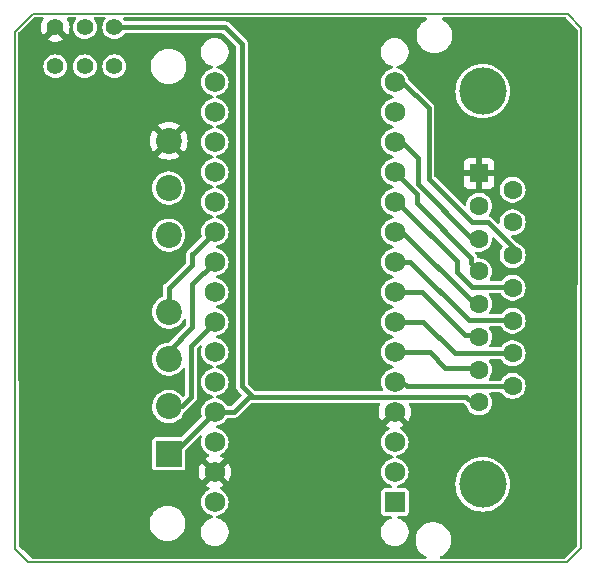
<source format=gtl>
%TF.GenerationSoftware,KiCad,Pcbnew,7.0.2*%
%TF.CreationDate,2025-03-23T10:17:30-04:00*%
%TF.ProjectId,ControllerToJamma,436f6e74-726f-46c6-9c65-72546f4a616d,rev?*%
%TF.SameCoordinates,Original*%
%TF.FileFunction,Copper,L1,Top*%
%TF.FilePolarity,Positive*%
%FSLAX46Y46*%
G04 Gerber Fmt 4.6, Leading zero omitted, Abs format (unit mm)*
G04 Created by KiCad (PCBNEW 7.0.2) date 2025-03-23 10:17:30*
%MOMM*%
%LPD*%
G01*
G04 APERTURE LIST*
%TA.AperFunction,ComponentPad*%
%ADD10R,2.200000X2.200000*%
%TD*%
%TA.AperFunction,ComponentPad*%
%ADD11C,2.200000*%
%TD*%
%TA.AperFunction,ComponentPad*%
%ADD12C,4.000000*%
%TD*%
%TA.AperFunction,ComponentPad*%
%ADD13R,1.600000X1.600000*%
%TD*%
%TA.AperFunction,ComponentPad*%
%ADD14C,1.600000*%
%TD*%
%TA.AperFunction,ComponentPad*%
%ADD15C,1.727200*%
%TD*%
%TA.AperFunction,ComponentPad*%
%ADD16R,1.727200X1.727200*%
%TD*%
%TA.AperFunction,ComponentPad*%
%ADD17C,1.408000*%
%TD*%
%TA.AperFunction,Conductor*%
%ADD18C,0.400000*%
%TD*%
%TA.AperFunction,Profile*%
%ADD19C,0.150000*%
%TD*%
G04 APERTURE END LIST*
D10*
%TO.P,J2,1,Pin_1*%
%TO.N,+5V*%
X139200000Y-117200000D03*
D11*
%TO.P,J2,2,Pin_2*%
%TO.N,CLK_OUT*%
X139200000Y-113200000D03*
%TO.P,J2,3,Pin_3*%
%TO.N,LATCH_OUT*%
X139200000Y-109200000D03*
%TO.P,J2,4,Pin_4*%
%TO.N,DATA_IN*%
X139200000Y-105200000D03*
%TO.P,J2,5,Pin_5*%
%TO.N,unconnected-(J2-Pin_5-Pad5)*%
X139200000Y-98700000D03*
%TO.P,J2,6,Pin_6*%
%TO.N,unconnected-(J2-Pin_6-Pad6)*%
X139200000Y-94700000D03*
%TO.P,J2,7,Pin_7*%
%TO.N,~*%
X139200000Y-90700000D03*
%TD*%
D12*
%TO.P,J3,0*%
%TO.N,N/C*%
X165780000Y-119800000D03*
X165780000Y-86500000D03*
D13*
%TO.P,J3,1,1*%
%TO.N,~*%
X165480000Y-93455000D03*
D14*
%TO.P,J3,2,2*%
%TO.N,unconnected-(J3-Pad2)*%
X165480000Y-96225000D03*
%TO.P,J3,3,3*%
%TO.N,OUT_SELECT*%
X165480000Y-98995000D03*
%TO.P,J3,4,4*%
%TO.N,OUT_B4*%
X165480000Y-101765000D03*
%TO.P,J3,5,5*%
%TO.N,OUT_B2*%
X165480000Y-104535000D03*
%TO.P,J3,6,6*%
%TO.N,OUT_RIGHT*%
X165480000Y-107305000D03*
%TO.P,J3,7,7*%
%TO.N,OUT_DOWN*%
X165480000Y-110075000D03*
%TO.P,J3,8,8*%
%TO.N,+5V*%
X165480000Y-112845000D03*
%TO.P,J3,9,P9*%
%TO.N,unconnected-(J3-P9-Pad9)*%
X168320000Y-94840000D03*
%TO.P,J3,10,P10*%
%TO.N,unconnected-(J3-P10-Pad10)*%
X168320000Y-97610000D03*
%TO.P,J3,11,P111*%
%TO.N,OUT_START*%
X168320000Y-100380000D03*
%TO.P,J3,12,P12*%
%TO.N,OUT_B3*%
X168320000Y-103150000D03*
%TO.P,J3,13,P13*%
%TO.N,OUT_B1*%
X168320000Y-105920000D03*
%TO.P,J3,14,P14*%
%TO.N,OUT_LEFT*%
X168320000Y-108690000D03*
%TO.P,J3,15,P15*%
%TO.N,OUT_UP*%
X168320000Y-111460000D03*
%TD*%
D15*
%TO.P,XA1,3V3,3.3V*%
%TO.N,unconnected-(XA1-3.3V-Pad3V3)*%
X143100000Y-88260000D03*
%TO.P,XA1,5V,5V*%
%TO.N,+5V*%
X143100000Y-113660000D03*
%TO.P,XA1,A0,A0*%
%TO.N,unconnected-(XA1-PadA0)*%
X143100000Y-93340000D03*
%TO.P,XA1,A1,A1*%
%TO.N,unconnected-(XA1-PadA1)*%
X143100000Y-95880000D03*
%TO.P,XA1,A2,A2*%
%TO.N,DATA_IN*%
X143100000Y-98420000D03*
%TO.P,XA1,A3,A3*%
%TO.N,LATCH_OUT*%
X143100000Y-100960000D03*
%TO.P,XA1,A4,A4_SDA*%
%TO.N,unconnected-(XA1-A4_SDA-PadA4)*%
X143100000Y-103500000D03*
%TO.P,XA1,A5,A5_SCL*%
%TO.N,CLK_OUT*%
X143100000Y-106040000D03*
%TO.P,XA1,A6,A6*%
%TO.N,unconnected-(XA1-PadA6)*%
X143100000Y-108580000D03*
%TO.P,XA1,A7,A7*%
%TO.N,unconnected-(XA1-PadA7)*%
X143100000Y-111120000D03*
%TO.P,XA1,AREF,AREF*%
%TO.N,unconnected-(XA1-PadAREF)*%
X143100000Y-90800000D03*
%TO.P,XA1,D0,D0_RX0*%
%TO.N,unconnected-(XA1-D0_RX0-PadD0)*%
X158340000Y-118740000D03*
D16*
%TO.P,XA1,D1,D1_TX0*%
%TO.N,unconnected-(XA1-D1_TX0-PadD1)*%
X158340000Y-121280000D03*
D15*
%TO.P,XA1,D2,D2_INT0*%
%TO.N,OUT_UP*%
X158340000Y-111120000D03*
%TO.P,XA1,D3,D3_INT1*%
%TO.N,OUT_DOWN*%
X158340000Y-108580000D03*
%TO.P,XA1,D4,D4*%
%TO.N,OUT_LEFT*%
X158340000Y-106040000D03*
%TO.P,XA1,D5,D5*%
%TO.N,OUT_RIGHT*%
X158340000Y-103500000D03*
%TO.P,XA1,D6,D6*%
%TO.N,OUT_B1*%
X158340000Y-100960000D03*
%TO.P,XA1,D7,D7*%
%TO.N,OUT_B2*%
X158340000Y-98420000D03*
%TO.P,XA1,D8,D8*%
%TO.N,OUT_B3*%
X158340000Y-95880000D03*
%TO.P,XA1,D9,D9*%
%TO.N,OUT_B4*%
X158340000Y-93340000D03*
%TO.P,XA1,D10,D10_CS*%
%TO.N,OUT_SELECT*%
X158340000Y-90800000D03*
%TO.P,XA1,D11,D11_MOSI*%
%TO.N,SWITCH_1*%
X158340000Y-88260000D03*
%TO.P,XA1,D12,D12_MISO*%
%TO.N,OUT_START*%
X158340000Y-85720000D03*
%TO.P,XA1,D13,D13_SCK*%
%TO.N,unconnected-(XA1-D13_SCK-PadD13)*%
X143100000Y-85720000D03*
%TO.P,XA1,GND1,GND*%
%TO.N,~*%
X158340000Y-113660000D03*
%TO.P,XA1,GND2,GND*%
X143100000Y-118740000D03*
%TO.P,XA1,RST1,RESET*%
%TO.N,unconnected-(XA1-RESET-PadRST1)*%
X158340000Y-116200000D03*
%TO.P,XA1,RST2,RESET*%
%TO.N,unconnected-(XA1-RESET-PadRST2)*%
X143100000Y-116200000D03*
%TO.P,XA1,VIN,VIN*%
%TO.N,unconnected-(XA1-PadVIN)*%
X143100000Y-121280000D03*
%TD*%
D17*
%TO.P,SW1,6*%
%TO.N,N/C*%
X134600000Y-84400000D03*
%TO.P,SW1,5*%
X132100000Y-84400000D03*
%TO.P,SW1,4*%
X129600000Y-84400000D03*
%TO.P,SW1,3,C*%
%TO.N,+5V*%
X134600000Y-81100000D03*
%TO.P,SW1,2,B*%
%TO.N,SWITCH_1*%
X132100000Y-81100000D03*
%TO.P,SW1,1,A*%
%TO.N,~*%
X129600000Y-81100000D03*
%TD*%
D18*
%TO.N,DATA_IN*%
X141220000Y-100300000D02*
X141200000Y-100300000D01*
X143100000Y-98420000D02*
X141220000Y-100300000D01*
X141200000Y-101200000D02*
X141200000Y-100300000D01*
X139200000Y-103200000D02*
X141200000Y-101200000D01*
X139200000Y-105200000D02*
X139200000Y-103200000D01*
%TO.N,LATCH_OUT*%
X141200000Y-102860000D02*
X141200000Y-102900000D01*
X143100000Y-100960000D02*
X141200000Y-102860000D01*
X141200000Y-106500000D02*
X141200000Y-102900000D01*
X139200000Y-108500000D02*
X141200000Y-106500000D01*
X139200000Y-109200000D02*
X139200000Y-108500000D01*
%TO.N,CLK_OUT*%
X141100000Y-112400000D02*
X141100000Y-108040000D01*
X140300000Y-113200000D02*
X141100000Y-112400000D01*
X139200000Y-113200000D02*
X140300000Y-113200000D01*
X141100000Y-108040000D02*
X143100000Y-106040000D01*
%TO.N,+5V*%
X139560000Y-117200000D02*
X143100000Y-113660000D01*
X139200000Y-117200000D02*
X139560000Y-117200000D01*
X145400000Y-111488600D02*
X146300000Y-112388600D01*
X145400000Y-82500000D02*
X145400000Y-111488600D01*
X144000000Y-81100000D02*
X145400000Y-82500000D01*
X134600000Y-81100000D02*
X144000000Y-81100000D01*
X146000000Y-112388600D02*
X146300000Y-112388600D01*
X146300000Y-112388600D02*
X164388600Y-112388600D01*
X164388600Y-112388600D02*
X164845000Y-112845000D01*
X143360000Y-113665000D02*
X143635000Y-113665000D01*
X164845000Y-112845000D02*
X165480000Y-112845000D01*
X144728600Y-113660000D02*
X146000000Y-112388600D01*
X143100000Y-113660000D02*
X144728600Y-113660000D01*
X165480000Y-112700000D02*
X165181400Y-112401400D01*
%TO.N,OUT_B4*%
X160200000Y-95200000D02*
X160200000Y-96000000D01*
X158340000Y-93340000D02*
X160200000Y-95200000D01*
X165480000Y-101765000D02*
X164800000Y-101085000D01*
X158980000Y-93345000D02*
X158980000Y-93580000D01*
X164800000Y-101085000D02*
X164800000Y-100600000D01*
X160200000Y-96000000D02*
X164800000Y-100600000D01*
%TO.N,OUT_B2*%
X164945000Y-104390000D02*
X165480000Y-104390000D01*
X158980000Y-98425000D02*
X164945000Y-104390000D01*
%TO.N,OUT_RIGHT*%
X158980000Y-103505000D02*
X160605000Y-103505000D01*
X160605000Y-103505000D02*
X164260000Y-107160000D01*
X164260000Y-107160000D02*
X165480000Y-107160000D01*
%TO.N,OUT_DOWN*%
X161285000Y-108585000D02*
X158980000Y-108585000D01*
X162630000Y-109930000D02*
X161285000Y-108585000D01*
X165480000Y-109930000D02*
X162630000Y-109930000D01*
%TO.N,OUT_START*%
X161200000Y-87945000D02*
X161200000Y-93900000D01*
X166200000Y-97600000D02*
X168320000Y-99720000D01*
X168320000Y-99720000D02*
X168320000Y-100235000D01*
X164900000Y-97600000D02*
X166200000Y-97600000D01*
X161200000Y-93900000D02*
X164900000Y-97600000D01*
X158980000Y-85725000D02*
X161200000Y-87945000D01*
%TO.N,OUT_B3*%
X163600000Y-101800000D02*
X164900000Y-103100000D01*
X158980000Y-95885000D02*
X158980000Y-96280000D01*
X158980000Y-96280000D02*
X163600000Y-100900000D01*
X164900000Y-103100000D02*
X168225000Y-103100000D01*
X163600000Y-100900000D02*
X163600000Y-101800000D01*
X168225000Y-103100000D02*
X168320000Y-103005000D01*
%TO.N,OUT_B1*%
X158980000Y-100965000D02*
X159665000Y-100965000D01*
X164600000Y-105900000D02*
X168195000Y-105900000D01*
X159665000Y-100965000D02*
X164600000Y-105900000D01*
X168195000Y-105900000D02*
X168320000Y-105775000D01*
%TO.N,OUT_LEFT*%
X163400000Y-108700000D02*
X168165000Y-108700000D01*
X160745000Y-106045000D02*
X163400000Y-108700000D01*
X168165000Y-108700000D02*
X168320000Y-108545000D01*
X158980000Y-106045000D02*
X160745000Y-106045000D01*
%TO.N,OUT_UP*%
X158980000Y-111125000D02*
X159355000Y-111500000D01*
X168135000Y-111500000D02*
X168320000Y-111315000D01*
X159355000Y-111500000D02*
X168135000Y-111500000D01*
%TO.N,LATCH_OUT*%
X143035000Y-100965000D02*
X143360000Y-100965000D01*
X143360000Y-100965000D02*
X143740000Y-100965000D01*
%TO.N,unconnected-(XA1-PadA1)*%
X143740000Y-95885000D02*
X143215000Y-95885000D01*
%TO.N,DATA_IN*%
X142675000Y-98425000D02*
X143740000Y-98425000D01*
%TO.N,CLK_OUT*%
X143155000Y-106045000D02*
X143740000Y-106045000D01*
%TO.N,OUT_SELECT*%
X160300000Y-92125000D02*
X160300000Y-94400000D01*
X160300000Y-94400000D02*
X164895000Y-98995000D01*
X158980000Y-90805000D02*
X160300000Y-92125000D01*
X164895000Y-98995000D02*
X165480000Y-98995000D01*
%TD*%
%TA.AperFunction,Conductor*%
%TO.N,~*%
G36*
X128499086Y-80230246D02*
G01*
X128566116Y-80249952D01*
X128611853Y-80302771D01*
X128621774Y-80371933D01*
X128597997Y-80428970D01*
X128571952Y-80463459D01*
X128472494Y-80663200D01*
X128411429Y-80877817D01*
X128390842Y-81100000D01*
X128411429Y-81322182D01*
X128472494Y-81536799D01*
X128571950Y-81736537D01*
X128588282Y-81758163D01*
X129155549Y-81190895D01*
X129156327Y-81201265D01*
X129205887Y-81327541D01*
X129290465Y-81433599D01*
X129402547Y-81510016D01*
X129510299Y-81543253D01*
X128943766Y-82109785D01*
X129061030Y-82182393D01*
X129269098Y-82262998D01*
X129488435Y-82304000D01*
X129711565Y-82304000D01*
X129930901Y-82262998D01*
X130138970Y-82182393D01*
X130256231Y-82109786D01*
X130256231Y-82109785D01*
X129688231Y-81541784D01*
X129734138Y-81534865D01*
X129856357Y-81476007D01*
X129955798Y-81383740D01*
X130023625Y-81266260D01*
X130041499Y-81187946D01*
X130611716Y-81758163D01*
X130611717Y-81758163D01*
X130628047Y-81736540D01*
X130727505Y-81536799D01*
X130788570Y-81322182D01*
X130809157Y-81100000D01*
X130788570Y-80877817D01*
X130727505Y-80663200D01*
X130628049Y-80463462D01*
X130602557Y-80429706D01*
X130577865Y-80364345D01*
X130592430Y-80296010D01*
X130641627Y-80246398D01*
X130701549Y-80230979D01*
X131251444Y-80231162D01*
X131318471Y-80250868D01*
X131364208Y-80303687D01*
X131374129Y-80372849D01*
X131347251Y-80433825D01*
X131260747Y-80539231D01*
X131167474Y-80713732D01*
X131110034Y-80903085D01*
X131090640Y-81100000D01*
X131110034Y-81296914D01*
X131110035Y-81296916D01*
X131164361Y-81476007D01*
X131167474Y-81486267D01*
X131256645Y-81653095D01*
X131260748Y-81660770D01*
X131386275Y-81813725D01*
X131539230Y-81939252D01*
X131713735Y-82032527D01*
X131903084Y-82089965D01*
X132100000Y-82109360D01*
X132296916Y-82089965D01*
X132486265Y-82032527D01*
X132660770Y-81939252D01*
X132813725Y-81813725D01*
X132939252Y-81660770D01*
X133032527Y-81486265D01*
X133089965Y-81296916D01*
X133109360Y-81100000D01*
X133089965Y-80903084D01*
X133032527Y-80713735D01*
X132939252Y-80539230D01*
X132853212Y-80434390D01*
X132825900Y-80370082D01*
X132837691Y-80301215D01*
X132884843Y-80249654D01*
X132949102Y-80231728D01*
X133750759Y-80231995D01*
X133817788Y-80251701D01*
X133863526Y-80304520D01*
X133873446Y-80373682D01*
X133846567Y-80434659D01*
X133760747Y-80539230D01*
X133667474Y-80713732D01*
X133610034Y-80903085D01*
X133590640Y-81100000D01*
X133610034Y-81296914D01*
X133610035Y-81296916D01*
X133664361Y-81476007D01*
X133667474Y-81486267D01*
X133756645Y-81653095D01*
X133760748Y-81660770D01*
X133886275Y-81813725D01*
X134039230Y-81939252D01*
X134213735Y-82032527D01*
X134403084Y-82089965D01*
X134600000Y-82109360D01*
X134796916Y-82089965D01*
X134986265Y-82032527D01*
X135160770Y-81939252D01*
X135313725Y-81813725D01*
X135439252Y-81660770D01*
X135439252Y-81660769D01*
X135447000Y-81651329D01*
X135449152Y-81653095D01*
X135485400Y-81616199D01*
X135545790Y-81600500D01*
X143741324Y-81600500D01*
X143808363Y-81620185D01*
X143829005Y-81636819D01*
X144863181Y-82670995D01*
X144896666Y-82732318D01*
X144899500Y-82758676D01*
X144899500Y-111421457D01*
X144896666Y-111447815D01*
X144895640Y-111452526D01*
X144899184Y-111502061D01*
X144899500Y-111510908D01*
X144899500Y-111524402D01*
X144901419Y-111537753D01*
X144902365Y-111546547D01*
X144905909Y-111596083D01*
X144907594Y-111600601D01*
X144914147Y-111626276D01*
X144914712Y-111630203D01*
X144914835Y-111631058D01*
X144935457Y-111676212D01*
X144938845Y-111684390D01*
X144956204Y-111730931D01*
X144959095Y-111734794D01*
X144972620Y-111757587D01*
X144974622Y-111761972D01*
X144974623Y-111761973D01*
X145007147Y-111799507D01*
X145012689Y-111806386D01*
X145020779Y-111817193D01*
X145030321Y-111826735D01*
X145036354Y-111833215D01*
X145068870Y-111870742D01*
X145072927Y-111873349D01*
X145093571Y-111889985D01*
X145354504Y-112150918D01*
X145387989Y-112212241D01*
X145383005Y-112281933D01*
X145354504Y-112326280D01*
X145149635Y-112531150D01*
X144755367Y-112925419D01*
X144557605Y-113123181D01*
X144496282Y-113156666D01*
X144469924Y-113159500D01*
X144227992Y-113159500D01*
X144160953Y-113139815D01*
X144116992Y-113090772D01*
X144093978Y-113044555D01*
X143963965Y-112872389D01*
X143804534Y-112727049D01*
X143621107Y-112613476D01*
X143564775Y-112591653D01*
X143419936Y-112535542D01*
X143293399Y-112511888D01*
X143231120Y-112480221D01*
X143195847Y-112419908D01*
X143198781Y-112350100D01*
X143238990Y-112292960D01*
X143293399Y-112268111D01*
X143419936Y-112244458D01*
X143621107Y-112166524D01*
X143804532Y-112052952D01*
X143963966Y-111907609D01*
X144093978Y-111735445D01*
X144093978Y-111735443D01*
X144093980Y-111735442D01*
X144190141Y-111542323D01*
X144249181Y-111334821D01*
X144252293Y-111301233D01*
X144269087Y-111120000D01*
X144249181Y-110905181D01*
X144249181Y-110905178D01*
X144190141Y-110697676D01*
X144093980Y-110504557D01*
X143963965Y-110332389D01*
X143804534Y-110187049D01*
X143621107Y-110073476D01*
X143521750Y-110034985D01*
X143419936Y-109995542D01*
X143293399Y-109971888D01*
X143231120Y-109940221D01*
X143195847Y-109879908D01*
X143198781Y-109810100D01*
X143238990Y-109752960D01*
X143293399Y-109728111D01*
X143419936Y-109704458D01*
X143621107Y-109626524D01*
X143804532Y-109512952D01*
X143963966Y-109367609D01*
X144093978Y-109195445D01*
X144093978Y-109195443D01*
X144093980Y-109195442D01*
X144190141Y-109002323D01*
X144249181Y-108794821D01*
X144258894Y-108690000D01*
X144269087Y-108580000D01*
X144249181Y-108365181D01*
X144249181Y-108365178D01*
X144190141Y-108157676D01*
X144093980Y-107964557D01*
X143963965Y-107792389D01*
X143804534Y-107647049D01*
X143621107Y-107533476D01*
X143603219Y-107526546D01*
X143419936Y-107455542D01*
X143293399Y-107431888D01*
X143231120Y-107400221D01*
X143195847Y-107339908D01*
X143198781Y-107270100D01*
X143238990Y-107212960D01*
X143293399Y-107188111D01*
X143419936Y-107164458D01*
X143621107Y-107086524D01*
X143804532Y-106972952D01*
X143963966Y-106827609D01*
X144093978Y-106655445D01*
X144093978Y-106655443D01*
X144093980Y-106655442D01*
X144190141Y-106462323D01*
X144249181Y-106254821D01*
X144257181Y-106168487D01*
X144269087Y-106040000D01*
X144249181Y-105825181D01*
X144249181Y-105825178D01*
X144190141Y-105617676D01*
X144093980Y-105424557D01*
X143963965Y-105252389D01*
X143804534Y-105107049D01*
X143621107Y-104993476D01*
X143419936Y-104915542D01*
X143293399Y-104891888D01*
X143231120Y-104860221D01*
X143195847Y-104799908D01*
X143198781Y-104730100D01*
X143238990Y-104672960D01*
X143293399Y-104648111D01*
X143419936Y-104624458D01*
X143621107Y-104546524D01*
X143804532Y-104432952D01*
X143963966Y-104287609D01*
X144093978Y-104115445D01*
X144093978Y-104115443D01*
X144093980Y-104115442D01*
X144190141Y-103922323D01*
X144249181Y-103714821D01*
X144254206Y-103660592D01*
X144269087Y-103500000D01*
X144249181Y-103285181D01*
X144249181Y-103285178D01*
X144190141Y-103077676D01*
X144093980Y-102884557D01*
X143963965Y-102712389D01*
X143804534Y-102567049D01*
X143621107Y-102453476D01*
X143519969Y-102414295D01*
X143419936Y-102375542D01*
X143293399Y-102351888D01*
X143231120Y-102320221D01*
X143195847Y-102259908D01*
X143198781Y-102190100D01*
X143238990Y-102132960D01*
X143293399Y-102108111D01*
X143419936Y-102084458D01*
X143621107Y-102006524D01*
X143804532Y-101892952D01*
X143963966Y-101747609D01*
X144093978Y-101575445D01*
X144093978Y-101575443D01*
X144093980Y-101575442D01*
X144190141Y-101382323D01*
X144249181Y-101174821D01*
X144254187Y-101120799D01*
X144269087Y-100960000D01*
X144249181Y-100745181D01*
X144249181Y-100745178D01*
X144190141Y-100537676D01*
X144093980Y-100344557D01*
X143963965Y-100172389D01*
X143804534Y-100027049D01*
X143621107Y-99913476D01*
X143525578Y-99876468D01*
X143419936Y-99835542D01*
X143293399Y-99811888D01*
X143231120Y-99780221D01*
X143195847Y-99719908D01*
X143198781Y-99650100D01*
X143238990Y-99592960D01*
X143293399Y-99568111D01*
X143419936Y-99544458D01*
X143621107Y-99466524D01*
X143804532Y-99352952D01*
X143963966Y-99207609D01*
X144093978Y-99035445D01*
X144093978Y-99035443D01*
X144093980Y-99035442D01*
X144190141Y-98842323D01*
X144249181Y-98634821D01*
X144252468Y-98599347D01*
X144269087Y-98420000D01*
X144249181Y-98205181D01*
X144249181Y-98205178D01*
X144190141Y-97997676D01*
X144093980Y-97804557D01*
X143963965Y-97632389D01*
X143804534Y-97487049D01*
X143621107Y-97373476D01*
X143621106Y-97373476D01*
X143419936Y-97295542D01*
X143293399Y-97271888D01*
X143231120Y-97240221D01*
X143195847Y-97179908D01*
X143198781Y-97110100D01*
X143238990Y-97052960D01*
X143293399Y-97028111D01*
X143419936Y-97004458D01*
X143621107Y-96926524D01*
X143804532Y-96812952D01*
X143963966Y-96667609D01*
X144093978Y-96495445D01*
X144093978Y-96495443D01*
X144093980Y-96495442D01*
X144190141Y-96302323D01*
X144249181Y-96094821D01*
X144255936Y-96021916D01*
X144269087Y-95880000D01*
X144249181Y-95665181D01*
X144249181Y-95665178D01*
X144190141Y-95457676D01*
X144093980Y-95264557D01*
X143963965Y-95092389D01*
X143804534Y-94947049D01*
X143621107Y-94833476D01*
X143525632Y-94796489D01*
X143419936Y-94755542D01*
X143293399Y-94731888D01*
X143231120Y-94700221D01*
X143195847Y-94639908D01*
X143198781Y-94570100D01*
X143238990Y-94512960D01*
X143293399Y-94488111D01*
X143419936Y-94464458D01*
X143621107Y-94386524D01*
X143804532Y-94272952D01*
X143963966Y-94127609D01*
X144093978Y-93955445D01*
X144093978Y-93955443D01*
X144093980Y-93955442D01*
X144190141Y-93762323D01*
X144249181Y-93554821D01*
X144252080Y-93523530D01*
X144269087Y-93340000D01*
X144249181Y-93125181D01*
X144249181Y-93125178D01*
X144190141Y-92917676D01*
X144093980Y-92724557D01*
X143963965Y-92552389D01*
X143804534Y-92407049D01*
X143621107Y-92293476D01*
X143447953Y-92226396D01*
X143419936Y-92215542D01*
X143293399Y-92191888D01*
X143231120Y-92160221D01*
X143195847Y-92099908D01*
X143198781Y-92030100D01*
X143238990Y-91972960D01*
X143293399Y-91948111D01*
X143419936Y-91924458D01*
X143621107Y-91846524D01*
X143804532Y-91732952D01*
X143938267Y-91611037D01*
X143963965Y-91587610D01*
X143966417Y-91584363D01*
X144093978Y-91415445D01*
X144093978Y-91415443D01*
X144093980Y-91415442D01*
X144190141Y-91222323D01*
X144249181Y-91014821D01*
X144255088Y-90951070D01*
X144269087Y-90800000D01*
X144249181Y-90585181D01*
X144249181Y-90585178D01*
X144190141Y-90377676D01*
X144093980Y-90184557D01*
X143963965Y-90012389D01*
X143804534Y-89867049D01*
X143621107Y-89753476D01*
X143419936Y-89675542D01*
X143293399Y-89651888D01*
X143231120Y-89620221D01*
X143195847Y-89559908D01*
X143198781Y-89490100D01*
X143238990Y-89432960D01*
X143293399Y-89408111D01*
X143419936Y-89384458D01*
X143621107Y-89306524D01*
X143804532Y-89192952D01*
X143963966Y-89047609D01*
X144093978Y-88875445D01*
X144093978Y-88875443D01*
X144093980Y-88875442D01*
X144190141Y-88682323D01*
X144249181Y-88474821D01*
X144252293Y-88441233D01*
X144269087Y-88260000D01*
X144249181Y-88045181D01*
X144249181Y-88045178D01*
X144190141Y-87837676D01*
X144093980Y-87644557D01*
X143963965Y-87472389D01*
X143804534Y-87327049D01*
X143621107Y-87213476D01*
X143621106Y-87213476D01*
X143419936Y-87135542D01*
X143293399Y-87111888D01*
X143231120Y-87080221D01*
X143195847Y-87019908D01*
X143198781Y-86950100D01*
X143238990Y-86892960D01*
X143293399Y-86868111D01*
X143419936Y-86844458D01*
X143621107Y-86766524D01*
X143804532Y-86652952D01*
X143963966Y-86507609D01*
X144093978Y-86335445D01*
X144093978Y-86335443D01*
X144093980Y-86335442D01*
X144190141Y-86142323D01*
X144249181Y-85934821D01*
X144253787Y-85885108D01*
X144269087Y-85720000D01*
X144249181Y-85505181D01*
X144249181Y-85505178D01*
X144190141Y-85297676D01*
X144093980Y-85104557D01*
X143963965Y-84932389D01*
X143804534Y-84787049D01*
X143621107Y-84673476D01*
X143608817Y-84668715D01*
X143419936Y-84595542D01*
X143334901Y-84579646D01*
X143272622Y-84547979D01*
X143237349Y-84487666D01*
X143240283Y-84417858D01*
X143280492Y-84360718D01*
X143323754Y-84338492D01*
X143526457Y-84280818D01*
X143543509Y-84272327D01*
X143721472Y-84183712D01*
X143895322Y-84052427D01*
X144042088Y-83891432D01*
X144156772Y-83706210D01*
X144235470Y-83503069D01*
X144275500Y-83288926D01*
X144275500Y-83071074D01*
X144235470Y-82856931D01*
X144221062Y-82819740D01*
X144156773Y-82653791D01*
X144050479Y-82482120D01*
X144042088Y-82468568D01*
X143983965Y-82404810D01*
X143895323Y-82307573D01*
X143721471Y-82176287D01*
X143526457Y-82079181D01*
X143316925Y-82019564D01*
X143157207Y-82004765D01*
X143157206Y-82004764D01*
X143154347Y-82004500D01*
X143045653Y-82004500D01*
X143042794Y-82004764D01*
X143042792Y-82004765D01*
X142883074Y-82019564D01*
X142673542Y-82079181D01*
X142478528Y-82176287D01*
X142304676Y-82307573D01*
X142157912Y-82468567D01*
X142043226Y-82653791D01*
X141964531Y-82856926D01*
X141964530Y-82856930D01*
X141964530Y-82856931D01*
X141924500Y-83071074D01*
X141924500Y-83288926D01*
X141941573Y-83380259D01*
X141964531Y-83503073D01*
X142043226Y-83706208D01*
X142157912Y-83891432D01*
X142304676Y-84052426D01*
X142478528Y-84183712D01*
X142673542Y-84280818D01*
X142876245Y-84338492D01*
X142935339Y-84375771D01*
X142964896Y-84439081D01*
X142955534Y-84508320D01*
X142910224Y-84561507D01*
X142865097Y-84579646D01*
X142780063Y-84595541D01*
X142780064Y-84595542D01*
X142578892Y-84673476D01*
X142395465Y-84787049D01*
X142236034Y-84932389D01*
X142106019Y-85104557D01*
X142009858Y-85297676D01*
X141950818Y-85505178D01*
X141930913Y-85720000D01*
X141950818Y-85934821D01*
X142009858Y-86142323D01*
X142106019Y-86335442D01*
X142236034Y-86507610D01*
X142395465Y-86652950D01*
X142395467Y-86652951D01*
X142395468Y-86652952D01*
X142578893Y-86766524D01*
X142780064Y-86844458D01*
X142906598Y-86868111D01*
X142968879Y-86899779D01*
X143004152Y-86960092D01*
X143001218Y-87029900D01*
X142961009Y-87087040D01*
X142906599Y-87111888D01*
X142780063Y-87135542D01*
X142780064Y-87135542D01*
X142578892Y-87213476D01*
X142395465Y-87327049D01*
X142236034Y-87472389D01*
X142106019Y-87644557D01*
X142009858Y-87837676D01*
X141950818Y-88045178D01*
X141930913Y-88260000D01*
X141950818Y-88474821D01*
X142009858Y-88682323D01*
X142106019Y-88875442D01*
X142236034Y-89047610D01*
X142395465Y-89192950D01*
X142395467Y-89192951D01*
X142395468Y-89192952D01*
X142578893Y-89306524D01*
X142780064Y-89384458D01*
X142906598Y-89408111D01*
X142968879Y-89439779D01*
X143004152Y-89500092D01*
X143001218Y-89569900D01*
X142961009Y-89627040D01*
X142906599Y-89651888D01*
X142780064Y-89675541D01*
X142780064Y-89675542D01*
X142578892Y-89753476D01*
X142395465Y-89867049D01*
X142236034Y-90012389D01*
X142106019Y-90184557D01*
X142009858Y-90377676D01*
X141950818Y-90585178D01*
X141930913Y-90800000D01*
X141950818Y-91014821D01*
X142009858Y-91222323D01*
X142106019Y-91415442D01*
X142236034Y-91587610D01*
X142395465Y-91732950D01*
X142395467Y-91732951D01*
X142395468Y-91732952D01*
X142578893Y-91846524D01*
X142780064Y-91924458D01*
X142906598Y-91948111D01*
X142968879Y-91979779D01*
X143004152Y-92040092D01*
X143001218Y-92109900D01*
X142961009Y-92167040D01*
X142906599Y-92191888D01*
X142780064Y-92215541D01*
X142780064Y-92215542D01*
X142578892Y-92293476D01*
X142395465Y-92407049D01*
X142236034Y-92552389D01*
X142106019Y-92724557D01*
X142009858Y-92917676D01*
X141950818Y-93125178D01*
X141930913Y-93339999D01*
X141950818Y-93554821D01*
X142009858Y-93762323D01*
X142106019Y-93955442D01*
X142236034Y-94127610D01*
X142395465Y-94272950D01*
X142395467Y-94272951D01*
X142395468Y-94272952D01*
X142578893Y-94386524D01*
X142780064Y-94464458D01*
X142906598Y-94488111D01*
X142968879Y-94519779D01*
X143004152Y-94580092D01*
X143001218Y-94649900D01*
X142961009Y-94707040D01*
X142906599Y-94731888D01*
X142817206Y-94748599D01*
X142780064Y-94755542D01*
X142578892Y-94833476D01*
X142395465Y-94947049D01*
X142236034Y-95092389D01*
X142106019Y-95264557D01*
X142009858Y-95457676D01*
X141950818Y-95665178D01*
X141930913Y-95879999D01*
X141950818Y-96094821D01*
X142009858Y-96302323D01*
X142106019Y-96495442D01*
X142236034Y-96667610D01*
X142395465Y-96812950D01*
X142395467Y-96812951D01*
X142395468Y-96812952D01*
X142578893Y-96926524D01*
X142780064Y-97004458D01*
X142906598Y-97028111D01*
X142968879Y-97059779D01*
X143004152Y-97120092D01*
X143001218Y-97189900D01*
X142961009Y-97247040D01*
X142906599Y-97271888D01*
X142790608Y-97293571D01*
X142780064Y-97295542D01*
X142578892Y-97373476D01*
X142395465Y-97487049D01*
X142236034Y-97632389D01*
X142106019Y-97804557D01*
X142009858Y-97997676D01*
X141950818Y-98205178D01*
X141930913Y-98419999D01*
X141950818Y-98634817D01*
X141981057Y-98741099D01*
X141980469Y-98810966D01*
X141949471Y-98862713D01*
X140962573Y-99849611D01*
X140926929Y-99874361D01*
X140905998Y-99892497D01*
X140891842Y-99903094D01*
X140868871Y-99917857D01*
X140850992Y-99938490D01*
X140838490Y-99950992D01*
X140817857Y-99968871D01*
X140803094Y-99991842D01*
X140792497Y-100005998D01*
X140774620Y-100026629D01*
X140763278Y-100051463D01*
X140754806Y-100066979D01*
X140740046Y-100089947D01*
X140732355Y-100116140D01*
X140726174Y-100132711D01*
X140714834Y-100157541D01*
X140710948Y-100184567D01*
X140707190Y-100201844D01*
X140699500Y-100228038D01*
X140699500Y-100941323D01*
X140679815Y-101008362D01*
X140663181Y-101029004D01*
X138893569Y-102798615D01*
X138872936Y-102815244D01*
X138868872Y-102817855D01*
X138836351Y-102855386D01*
X138830330Y-102861854D01*
X138820777Y-102871408D01*
X138812677Y-102882227D01*
X138807132Y-102889107D01*
X138774624Y-102926624D01*
X138772618Y-102931017D01*
X138759098Y-102953802D01*
X138756203Y-102957668D01*
X138738851Y-103004191D01*
X138735466Y-103012365D01*
X138714834Y-103057545D01*
X138714147Y-103062323D01*
X138707596Y-103087990D01*
X138705909Y-103092513D01*
X138702365Y-103142053D01*
X138701420Y-103150846D01*
X138699500Y-103164203D01*
X138699500Y-103177691D01*
X138699184Y-103186538D01*
X138695641Y-103236072D01*
X138696666Y-103240784D01*
X138699500Y-103267143D01*
X138699500Y-103804538D01*
X138679815Y-103871577D01*
X138634518Y-103913592D01*
X138431377Y-104023528D01*
X138248215Y-104166087D01*
X138091020Y-104336848D01*
X137964076Y-104531150D01*
X137870844Y-104743696D01*
X137870842Y-104743700D01*
X137870843Y-104743700D01*
X137822589Y-104934251D01*
X137813865Y-104968700D01*
X137794699Y-105199999D01*
X137813865Y-105431299D01*
X137813865Y-105431301D01*
X137813866Y-105431305D01*
X137870523Y-105655036D01*
X137870844Y-105656303D01*
X137913710Y-105754027D01*
X137964076Y-105868849D01*
X138091021Y-106063153D01*
X138248216Y-106233913D01*
X138431374Y-106376470D01*
X138635497Y-106486936D01*
X138725631Y-106517879D01*
X138855015Y-106562297D01*
X138855017Y-106562297D01*
X138855019Y-106562298D01*
X139083951Y-106600500D01*
X139083952Y-106600500D01*
X139316048Y-106600500D01*
X139316049Y-106600500D01*
X139544981Y-106562298D01*
X139764503Y-106486936D01*
X139968626Y-106376470D01*
X140151784Y-106233913D01*
X140308979Y-106063153D01*
X140435924Y-105868849D01*
X140461945Y-105809526D01*
X140506900Y-105756042D01*
X140573636Y-105735352D01*
X140640964Y-105754027D01*
X140687507Y-105806137D01*
X140699500Y-105859338D01*
X140699500Y-106241323D01*
X140679815Y-106308362D01*
X140663181Y-106329004D01*
X139229005Y-107763181D01*
X139167682Y-107796666D01*
X139141324Y-107799500D01*
X139083951Y-107799500D01*
X139038164Y-107807140D01*
X138855015Y-107837702D01*
X138635501Y-107913062D01*
X138635497Y-107913063D01*
X138635497Y-107913064D01*
X138599551Y-107932517D01*
X138431372Y-108023531D01*
X138248215Y-108166087D01*
X138091020Y-108336848D01*
X137964076Y-108531150D01*
X137870844Y-108743696D01*
X137813865Y-108968700D01*
X137794699Y-109199999D01*
X137813865Y-109431299D01*
X137813865Y-109431301D01*
X137813866Y-109431305D01*
X137863303Y-109626524D01*
X137870844Y-109656303D01*
X137891967Y-109704458D01*
X137964076Y-109868849D01*
X138091021Y-110063153D01*
X138248216Y-110233913D01*
X138431374Y-110376470D01*
X138635497Y-110486936D01*
X138745258Y-110524616D01*
X138855015Y-110562297D01*
X138855017Y-110562297D01*
X138855019Y-110562298D01*
X139083951Y-110600500D01*
X139083952Y-110600500D01*
X139316048Y-110600500D01*
X139316049Y-110600500D01*
X139544981Y-110562298D01*
X139764503Y-110486936D01*
X139968626Y-110376470D01*
X140151784Y-110233913D01*
X140308979Y-110063153D01*
X140371692Y-109967162D01*
X140424837Y-109921807D01*
X140494068Y-109912383D01*
X140557404Y-109941885D01*
X140594736Y-110000945D01*
X140599500Y-110034985D01*
X140599500Y-112141323D01*
X140579815Y-112208362D01*
X140563181Y-112229005D01*
X140470514Y-112321671D01*
X140409190Y-112355155D01*
X140339499Y-112350171D01*
X140291603Y-112317972D01*
X140274855Y-112299779D01*
X140151784Y-112166087D01*
X139968626Y-112023530D01*
X139764503Y-111913064D01*
X139764499Y-111913062D01*
X139764498Y-111913062D01*
X139544984Y-111837702D01*
X139373281Y-111809050D01*
X139316049Y-111799500D01*
X139083951Y-111799500D01*
X139038164Y-111807140D01*
X138855015Y-111837702D01*
X138635501Y-111913062D01*
X138431372Y-112023531D01*
X138248215Y-112166087D01*
X138091020Y-112336848D01*
X137964076Y-112531150D01*
X137870844Y-112743696D01*
X137870842Y-112743700D01*
X137870843Y-112743700D01*
X137829038Y-112908785D01*
X137813865Y-112968700D01*
X137794699Y-113199999D01*
X137813865Y-113431299D01*
X137813865Y-113431301D01*
X137813866Y-113431305D01*
X137867677Y-113643796D01*
X137870844Y-113656303D01*
X137904504Y-113733039D01*
X137964076Y-113868849D01*
X138091021Y-114063153D01*
X138248216Y-114233913D01*
X138431374Y-114376470D01*
X138635497Y-114486936D01*
X138745258Y-114524616D01*
X138855015Y-114562297D01*
X138855017Y-114562297D01*
X138855019Y-114562298D01*
X139083951Y-114600500D01*
X139083952Y-114600500D01*
X139316048Y-114600500D01*
X139316049Y-114600500D01*
X139544981Y-114562298D01*
X139764503Y-114486936D01*
X139968626Y-114376470D01*
X140151784Y-114233913D01*
X140308979Y-114063153D01*
X140435924Y-113868849D01*
X140516037Y-113686209D01*
X140560992Y-113632725D01*
X140571872Y-113626677D01*
X140573371Y-113625377D01*
X140573373Y-113625377D01*
X140610906Y-113592853D01*
X140617782Y-113587313D01*
X140628593Y-113579221D01*
X140638155Y-113569658D01*
X140644603Y-113563654D01*
X140682143Y-113531128D01*
X140684751Y-113527069D01*
X140701382Y-113506430D01*
X141406430Y-112801382D01*
X141427069Y-112784751D01*
X141431128Y-112782143D01*
X141463654Y-112744603D01*
X141469658Y-112738155D01*
X141479221Y-112728593D01*
X141487313Y-112717782D01*
X141492853Y-112710906D01*
X141525377Y-112673373D01*
X141527375Y-112668997D01*
X141540907Y-112646190D01*
X141540920Y-112646172D01*
X141543796Y-112642331D01*
X141561153Y-112595791D01*
X141564534Y-112587630D01*
X141585165Y-112542457D01*
X141585851Y-112537681D01*
X141592405Y-112512001D01*
X141594091Y-112507483D01*
X141597633Y-112457951D01*
X141598580Y-112449147D01*
X141600500Y-112435797D01*
X141600500Y-112422308D01*
X141600816Y-112413461D01*
X141604359Y-112363926D01*
X141603334Y-112359215D01*
X141600500Y-112332857D01*
X141600500Y-108298675D01*
X141620185Y-108231636D01*
X141636809Y-108211004D01*
X141799400Y-108048413D01*
X141860718Y-108014932D01*
X141930409Y-108019916D01*
X141986343Y-108061787D01*
X142010760Y-108127252D01*
X142006343Y-108170032D01*
X141950818Y-108365183D01*
X141930913Y-108580000D01*
X141950818Y-108794821D01*
X142009858Y-109002323D01*
X142106019Y-109195442D01*
X142236034Y-109367610D01*
X142395465Y-109512950D01*
X142395467Y-109512951D01*
X142395468Y-109512952D01*
X142578893Y-109626524D01*
X142780064Y-109704458D01*
X142906598Y-109728111D01*
X142968879Y-109759779D01*
X143004152Y-109820092D01*
X143001218Y-109889900D01*
X142961009Y-109947040D01*
X142906599Y-109971888D01*
X142780064Y-109995541D01*
X142780064Y-109995542D01*
X142578892Y-110073476D01*
X142395465Y-110187049D01*
X142236034Y-110332389D01*
X142106019Y-110504557D01*
X142009858Y-110697676D01*
X141950818Y-110905178D01*
X141930913Y-111120000D01*
X141950818Y-111334821D01*
X142009858Y-111542323D01*
X142106019Y-111735442D01*
X142236034Y-111907610D01*
X142395465Y-112052950D01*
X142395467Y-112052951D01*
X142395468Y-112052952D01*
X142578893Y-112166524D01*
X142780064Y-112244458D01*
X142906598Y-112268111D01*
X142968879Y-112299779D01*
X143004152Y-112360092D01*
X143001218Y-112429900D01*
X142961009Y-112487040D01*
X142906599Y-112511888D01*
X142839198Y-112524488D01*
X142780064Y-112535542D01*
X142578892Y-112613476D01*
X142395465Y-112727049D01*
X142236034Y-112872389D01*
X142106019Y-113044557D01*
X142009858Y-113237676D01*
X141950818Y-113445178D01*
X141930913Y-113659999D01*
X141950818Y-113874817D01*
X141981057Y-113981099D01*
X141980469Y-114050966D01*
X141949471Y-114102713D01*
X140289003Y-115763181D01*
X140227680Y-115796666D01*
X140201322Y-115799500D01*
X138058714Y-115799500D01*
X138058696Y-115799500D01*
X138055136Y-115799501D01*
X138051592Y-115799911D01*
X138051592Y-115799912D01*
X138030008Y-115802415D01*
X137927232Y-115847795D01*
X137847795Y-115927232D01*
X137802414Y-116030009D01*
X137799911Y-116051585D01*
X137799910Y-116051599D01*
X137799500Y-116055135D01*
X137799500Y-116058708D01*
X137799500Y-116058709D01*
X137799500Y-118341285D01*
X137799500Y-118341302D01*
X137799501Y-118344864D01*
X137799912Y-118348407D01*
X137802415Y-118369991D01*
X137847795Y-118472767D01*
X137927232Y-118552204D01*
X137927233Y-118552204D01*
X137927235Y-118552206D01*
X138030009Y-118597585D01*
X138055135Y-118600500D01*
X140344864Y-118600499D01*
X140369991Y-118597585D01*
X140472765Y-118552206D01*
X140552206Y-118472765D01*
X140597585Y-118369991D01*
X140600500Y-118344865D01*
X140600499Y-116918674D01*
X140620184Y-116851636D01*
X140636813Y-116830999D01*
X141799398Y-115668414D01*
X141860719Y-115634931D01*
X141930411Y-115639915D01*
X141986344Y-115681787D01*
X142010761Y-115747251D01*
X142006343Y-115790031D01*
X141950818Y-115985178D01*
X141930913Y-116199999D01*
X141950818Y-116414821D01*
X142009858Y-116622323D01*
X142106019Y-116815442D01*
X142236034Y-116987610D01*
X142395465Y-117132950D01*
X142395467Y-117132951D01*
X142395468Y-117132952D01*
X142578893Y-117246524D01*
X142578894Y-117246524D01*
X142588663Y-117252573D01*
X142587898Y-117253807D01*
X142633339Y-117288723D01*
X142656931Y-117354489D01*
X142641223Y-117422570D01*
X142591201Y-117471351D01*
X142573411Y-117479061D01*
X142550377Y-117486968D01*
X142351624Y-117594529D01*
X142327140Y-117613586D01*
X142960401Y-118246847D01*
X142955408Y-118247565D01*
X142822530Y-118308248D01*
X142712131Y-118403910D01*
X142633155Y-118526799D01*
X142610477Y-118604030D01*
X141975109Y-117968663D01*
X141896641Y-118088770D01*
X141805865Y-118295718D01*
X141750387Y-118514795D01*
X141731726Y-118740000D01*
X141750387Y-118965204D01*
X141805865Y-119184281D01*
X141896639Y-119391225D01*
X141975110Y-119511334D01*
X142610477Y-118875967D01*
X142633155Y-118953201D01*
X142712131Y-119076090D01*
X142822530Y-119171752D01*
X142955408Y-119232435D01*
X142960399Y-119233152D01*
X142327139Y-119866412D01*
X142327140Y-119866413D01*
X142351623Y-119885470D01*
X142550371Y-119993027D01*
X142573408Y-120000936D01*
X142630424Y-120041322D01*
X142656555Y-120106121D01*
X142643504Y-120174761D01*
X142595415Y-120225449D01*
X142579536Y-120233077D01*
X142395465Y-120347049D01*
X142236034Y-120492389D01*
X142106019Y-120664557D01*
X142009858Y-120857676D01*
X141950818Y-121065178D01*
X141930913Y-121280000D01*
X141950818Y-121494821D01*
X142009858Y-121702323D01*
X142106019Y-121895442D01*
X142236034Y-122067610D01*
X142395465Y-122212950D01*
X142395467Y-122212951D01*
X142395468Y-122212952D01*
X142578893Y-122326524D01*
X142780064Y-122404458D01*
X142865098Y-122420353D01*
X142927376Y-122452020D01*
X142962650Y-122512332D01*
X142959717Y-122582140D01*
X142919508Y-122639280D01*
X142876246Y-122661507D01*
X142673541Y-122719182D01*
X142478528Y-122816287D01*
X142304676Y-122947573D01*
X142157912Y-123108567D01*
X142043226Y-123293791D01*
X141964531Y-123496926D01*
X141964530Y-123496930D01*
X141964530Y-123496931D01*
X141924500Y-123711074D01*
X141924500Y-123928926D01*
X141960169Y-124119740D01*
X141964531Y-124143073D01*
X142043226Y-124346208D01*
X142157912Y-124531432D01*
X142304676Y-124692426D01*
X142478528Y-124823712D01*
X142673542Y-124920818D01*
X142883074Y-124980435D01*
X142921176Y-124983965D01*
X143045653Y-124995500D01*
X143048525Y-124995500D01*
X143151475Y-124995500D01*
X143154347Y-124995500D01*
X143291523Y-124982788D01*
X143316925Y-124980435D01*
X143526457Y-124920818D01*
X143629288Y-124869614D01*
X143721472Y-124823712D01*
X143895322Y-124692427D01*
X144042088Y-124531432D01*
X144156772Y-124346210D01*
X144235470Y-124143069D01*
X144275500Y-123928926D01*
X144275500Y-123711074D01*
X144235470Y-123496931D01*
X144163764Y-123311837D01*
X144156773Y-123293791D01*
X144083733Y-123175827D01*
X144042088Y-123108568D01*
X144012341Y-123075937D01*
X143895323Y-122947573D01*
X143721471Y-122816287D01*
X143526458Y-122719182D01*
X143323753Y-122661507D01*
X143264660Y-122624228D01*
X143235103Y-122560918D01*
X143244465Y-122491678D01*
X143289775Y-122438492D01*
X143334898Y-122420354D01*
X143419936Y-122404458D01*
X143621107Y-122326524D01*
X143804532Y-122212952D01*
X143963966Y-122067609D01*
X144093978Y-121895445D01*
X144093978Y-121895443D01*
X144093980Y-121895442D01*
X144190141Y-121702323D01*
X144249181Y-121494821D01*
X144255452Y-121427140D01*
X144269087Y-121280000D01*
X144249181Y-121065181D01*
X144249181Y-121065178D01*
X144190141Y-120857676D01*
X144093980Y-120664557D01*
X143963965Y-120492389D01*
X143804534Y-120347049D01*
X143611337Y-120227427D01*
X143612100Y-120226193D01*
X143566656Y-120191270D01*
X143543067Y-120125503D01*
X143558779Y-120057423D01*
X143608804Y-120008645D01*
X143626592Y-120000936D01*
X143649627Y-119993028D01*
X143848374Y-119885470D01*
X143872859Y-119866412D01*
X143239600Y-119233152D01*
X143244592Y-119232435D01*
X143377470Y-119171752D01*
X143487869Y-119076090D01*
X143566845Y-118953201D01*
X143589522Y-118875968D01*
X144224888Y-119511335D01*
X144303359Y-119391226D01*
X144394134Y-119184281D01*
X144449612Y-118965204D01*
X144468273Y-118739999D01*
X144449612Y-118514795D01*
X144394134Y-118295718D01*
X144303360Y-118088773D01*
X144224888Y-117968663D01*
X143589521Y-118604029D01*
X143566845Y-118526799D01*
X143487869Y-118403910D01*
X143377470Y-118308248D01*
X143244592Y-118247565D01*
X143239599Y-118246847D01*
X143872859Y-117613587D01*
X143872858Y-117613585D01*
X143848376Y-117594530D01*
X143649625Y-117486970D01*
X143626589Y-117479062D01*
X143569574Y-117438675D01*
X143543444Y-117373875D01*
X143556496Y-117305236D01*
X143604586Y-117254549D01*
X143620469Y-117246918D01*
X143621102Y-117246525D01*
X143621107Y-117246524D01*
X143804532Y-117132952D01*
X143963966Y-116987609D01*
X144093978Y-116815445D01*
X144093978Y-116815443D01*
X144093980Y-116815442D01*
X144190141Y-116622323D01*
X144249181Y-116414821D01*
X144252293Y-116381233D01*
X144269087Y-116200000D01*
X144249181Y-115985181D01*
X144249181Y-115985178D01*
X144190141Y-115777676D01*
X144093980Y-115584557D01*
X143963965Y-115412389D01*
X143804534Y-115267049D01*
X143621107Y-115153476D01*
X143519969Y-115114295D01*
X143419936Y-115075542D01*
X143293399Y-115051888D01*
X143231120Y-115020221D01*
X143195847Y-114959908D01*
X143198781Y-114890100D01*
X143238990Y-114832960D01*
X143293399Y-114808111D01*
X143419936Y-114784458D01*
X143621107Y-114706524D01*
X143804532Y-114592952D01*
X143963966Y-114447609D01*
X144093978Y-114275445D01*
X144114659Y-114233913D01*
X144116992Y-114229228D01*
X144164495Y-114177991D01*
X144227992Y-114160500D01*
X144661456Y-114160500D01*
X144687814Y-114163334D01*
X144692526Y-114164359D01*
X144692526Y-114164358D01*
X144692527Y-114164359D01*
X144742061Y-114160815D01*
X144750908Y-114160500D01*
X144764397Y-114160500D01*
X144764399Y-114160500D01*
X144777759Y-114158578D01*
X144786551Y-114157633D01*
X144836083Y-114154091D01*
X144840601Y-114152405D01*
X144866281Y-114145851D01*
X144871057Y-114145165D01*
X144916237Y-114124530D01*
X144924391Y-114121153D01*
X144970931Y-114103796D01*
X144974789Y-114100907D01*
X144997597Y-114087375D01*
X145001973Y-114085377D01*
X145039506Y-114052853D01*
X145046382Y-114047313D01*
X145057193Y-114039221D01*
X145066755Y-114029658D01*
X145073203Y-114023654D01*
X145110743Y-113991128D01*
X145113351Y-113987069D01*
X145129982Y-113966430D01*
X146170994Y-112925419D01*
X146232318Y-112891934D01*
X146258676Y-112889100D01*
X146264201Y-112889100D01*
X146277692Y-112889100D01*
X146286538Y-112889415D01*
X146336073Y-112892959D01*
X146340786Y-112891934D01*
X146367144Y-112889100D01*
X156999338Y-112889100D01*
X157066377Y-112908785D01*
X157112132Y-112961589D01*
X157122076Y-113030747D01*
X157112894Y-113062910D01*
X157045865Y-113215718D01*
X156990387Y-113434795D01*
X156971726Y-113659999D01*
X156990387Y-113885204D01*
X157045865Y-114104281D01*
X157136639Y-114311225D01*
X157215110Y-114431334D01*
X157850477Y-113795967D01*
X157873155Y-113873201D01*
X157952131Y-113996090D01*
X158062530Y-114091752D01*
X158195408Y-114152435D01*
X158200399Y-114153152D01*
X157567139Y-114786412D01*
X157567140Y-114786413D01*
X157591623Y-114805470D01*
X157790371Y-114913027D01*
X157813408Y-114920936D01*
X157870424Y-114961322D01*
X157896555Y-115026121D01*
X157883504Y-115094761D01*
X157835415Y-115145449D01*
X157819536Y-115153077D01*
X157635465Y-115267049D01*
X157476034Y-115412389D01*
X157346019Y-115584557D01*
X157249858Y-115777676D01*
X157190818Y-115985178D01*
X157170913Y-116199999D01*
X157190818Y-116414821D01*
X157249858Y-116622323D01*
X157346019Y-116815442D01*
X157476034Y-116987610D01*
X157635465Y-117132950D01*
X157635467Y-117132951D01*
X157635468Y-117132952D01*
X157818893Y-117246524D01*
X158020064Y-117324458D01*
X158146598Y-117348111D01*
X158208879Y-117379779D01*
X158244152Y-117440092D01*
X158241218Y-117509900D01*
X158201009Y-117567040D01*
X158146599Y-117591888D01*
X158030533Y-117613585D01*
X158020064Y-117615542D01*
X157818892Y-117693476D01*
X157635465Y-117807049D01*
X157476034Y-117952389D01*
X157346019Y-118124557D01*
X157249858Y-118317676D01*
X157190818Y-118525178D01*
X157170913Y-118739999D01*
X157190818Y-118954821D01*
X157249858Y-119162323D01*
X157346019Y-119355442D01*
X157476034Y-119527610D01*
X157635465Y-119672950D01*
X157635467Y-119672951D01*
X157635468Y-119672952D01*
X157818893Y-119786524D01*
X158020064Y-119864458D01*
X158049776Y-119870012D01*
X158112056Y-119901678D01*
X158147330Y-119961990D01*
X158144397Y-120031798D01*
X158104189Y-120088939D01*
X158039471Y-120115270D01*
X158026991Y-120115900D01*
X157435114Y-120115900D01*
X157435096Y-120115900D01*
X157431536Y-120115901D01*
X157427992Y-120116311D01*
X157427992Y-120116312D01*
X157406408Y-120118815D01*
X157303632Y-120164195D01*
X157224195Y-120243632D01*
X157178814Y-120346409D01*
X157176311Y-120367985D01*
X157176311Y-120367992D01*
X157175900Y-120371535D01*
X157175900Y-120375108D01*
X157175900Y-120375109D01*
X157175900Y-122184885D01*
X157175900Y-122184902D01*
X157175901Y-122188464D01*
X157176312Y-122192007D01*
X157178815Y-122213591D01*
X157224195Y-122316367D01*
X157303632Y-122395804D01*
X157303633Y-122395804D01*
X157303635Y-122395806D01*
X157406409Y-122441185D01*
X157431535Y-122444100D01*
X157991433Y-122444099D01*
X158058470Y-122463783D01*
X158104225Y-122516587D01*
X158114169Y-122585746D01*
X158085144Y-122649302D01*
X158026366Y-122687076D01*
X158025366Y-122687365D01*
X157913541Y-122719182D01*
X157718528Y-122816287D01*
X157544676Y-122947573D01*
X157397912Y-123108567D01*
X157283226Y-123293791D01*
X157204531Y-123496926D01*
X157204530Y-123496930D01*
X157204530Y-123496931D01*
X157164500Y-123711074D01*
X157164500Y-123928926D01*
X157200169Y-124119740D01*
X157204531Y-124143073D01*
X157283226Y-124346208D01*
X157397912Y-124531432D01*
X157544676Y-124692426D01*
X157718528Y-124823712D01*
X157913542Y-124920818D01*
X158123074Y-124980435D01*
X158161176Y-124983965D01*
X158285653Y-124995500D01*
X158288525Y-124995500D01*
X158391475Y-124995500D01*
X158394347Y-124995500D01*
X158531523Y-124982788D01*
X158556925Y-124980435D01*
X158766457Y-124920818D01*
X158869288Y-124869614D01*
X158961472Y-124823712D01*
X159135322Y-124692427D01*
X159282088Y-124531432D01*
X159396772Y-124346210D01*
X159475470Y-124143069D01*
X159515500Y-123928926D01*
X159515500Y-123711074D01*
X159475470Y-123496931D01*
X159403764Y-123311837D01*
X159396773Y-123293791D01*
X159323733Y-123175827D01*
X159282088Y-123108568D01*
X159252341Y-123075937D01*
X159135323Y-122947573D01*
X158961471Y-122816287D01*
X158766457Y-122719181D01*
X158654633Y-122687365D01*
X158595539Y-122650086D01*
X158565982Y-122586776D01*
X158575344Y-122517537D01*
X158620654Y-122464350D01*
X158687526Y-122444103D01*
X158688486Y-122444099D01*
X159248464Y-122444099D01*
X159273591Y-122441185D01*
X159376365Y-122395806D01*
X159455806Y-122316365D01*
X159501185Y-122213591D01*
X159504100Y-122188465D01*
X159504099Y-120371536D01*
X159501185Y-120346409D01*
X159455806Y-120243635D01*
X159455804Y-120243633D01*
X159455804Y-120243632D01*
X159376367Y-120164195D01*
X159273590Y-120118814D01*
X159252014Y-120116311D01*
X159252001Y-120116310D01*
X159248465Y-120115900D01*
X159244890Y-120115900D01*
X158653010Y-120115900D01*
X158585971Y-120096215D01*
X158540216Y-120043411D01*
X158530272Y-119974253D01*
X158559297Y-119910697D01*
X158618075Y-119872923D01*
X158630211Y-119870014D01*
X158659936Y-119864458D01*
X158826321Y-119800000D01*
X163474564Y-119800000D01*
X163494287Y-120100920D01*
X163495077Y-120104891D01*
X163495078Y-120104899D01*
X163552327Y-120392707D01*
X163552329Y-120392714D01*
X163553120Y-120396691D01*
X163650055Y-120682252D01*
X163783434Y-120952718D01*
X163950975Y-121203461D01*
X164149811Y-121430189D01*
X164376539Y-121629025D01*
X164627282Y-121796566D01*
X164897748Y-121929945D01*
X165183309Y-122026880D01*
X165479080Y-122085713D01*
X165780000Y-122105436D01*
X166080920Y-122085713D01*
X166376691Y-122026880D01*
X166662252Y-121929945D01*
X166932718Y-121796566D01*
X167183461Y-121629025D01*
X167410189Y-121430189D01*
X167609025Y-121203461D01*
X167776566Y-120952718D01*
X167909945Y-120682252D01*
X168006880Y-120396691D01*
X168065713Y-120100920D01*
X168085436Y-119800000D01*
X168065713Y-119499080D01*
X168006880Y-119203309D01*
X167909945Y-118917748D01*
X167776566Y-118647282D01*
X167609025Y-118396539D01*
X167410189Y-118169811D01*
X167183461Y-117970975D01*
X167155645Y-117952389D01*
X166936092Y-117805688D01*
X166936087Y-117805685D01*
X166932718Y-117803434D01*
X166929082Y-117801641D01*
X166929077Y-117801638D01*
X166665894Y-117671851D01*
X166665893Y-117671850D01*
X166662252Y-117670055D01*
X166376691Y-117573120D01*
X166372714Y-117572329D01*
X166372707Y-117572327D01*
X166084899Y-117515078D01*
X166084891Y-117515077D01*
X166080920Y-117514287D01*
X165780000Y-117494564D01*
X165775957Y-117494829D01*
X165483122Y-117514022D01*
X165483120Y-117514022D01*
X165479080Y-117514287D01*
X165475110Y-117515076D01*
X165475100Y-117515078D01*
X165187292Y-117572327D01*
X165187281Y-117572329D01*
X165183309Y-117573120D01*
X165179466Y-117574424D01*
X165179464Y-117574425D01*
X164901594Y-117668749D01*
X164901587Y-117668751D01*
X164897748Y-117670055D01*
X164894111Y-117671848D01*
X164894105Y-117671851D01*
X164630922Y-117801638D01*
X164630910Y-117801644D01*
X164627282Y-117803434D01*
X164623919Y-117805681D01*
X164623907Y-117805688D01*
X164379920Y-117968715D01*
X164379911Y-117968721D01*
X164376539Y-117970975D01*
X164373488Y-117973650D01*
X164373481Y-117973656D01*
X164152859Y-118167137D01*
X164152851Y-118167144D01*
X164149811Y-118169811D01*
X164147144Y-118172851D01*
X164147137Y-118172859D01*
X163953656Y-118393481D01*
X163953650Y-118393488D01*
X163950975Y-118396539D01*
X163948721Y-118399911D01*
X163948715Y-118399920D01*
X163785688Y-118643907D01*
X163785681Y-118643919D01*
X163783434Y-118647282D01*
X163781644Y-118650910D01*
X163781638Y-118650922D01*
X163651851Y-118914105D01*
X163651848Y-118914111D01*
X163650055Y-118917748D01*
X163648751Y-118921587D01*
X163648749Y-118921594D01*
X163596305Y-119076090D01*
X163553120Y-119203309D01*
X163552329Y-119207281D01*
X163552327Y-119207292D01*
X163495078Y-119495100D01*
X163495076Y-119495110D01*
X163494287Y-119499080D01*
X163474564Y-119800000D01*
X158826321Y-119800000D01*
X158861107Y-119786524D01*
X159044532Y-119672952D01*
X159203966Y-119527609D01*
X159333978Y-119355445D01*
X159333978Y-119355443D01*
X159333980Y-119355442D01*
X159430141Y-119162323D01*
X159489181Y-118954821D01*
X159492954Y-118914105D01*
X159509087Y-118740000D01*
X159489181Y-118525181D01*
X159489181Y-118525178D01*
X159430141Y-118317676D01*
X159333980Y-118124557D01*
X159203965Y-117952389D01*
X159044534Y-117807049D01*
X158861107Y-117693476D01*
X158797279Y-117668749D01*
X158659936Y-117615542D01*
X158533399Y-117591888D01*
X158471120Y-117560221D01*
X158435847Y-117499908D01*
X158438781Y-117430100D01*
X158478990Y-117372960D01*
X158533399Y-117348111D01*
X158659936Y-117324458D01*
X158861107Y-117246524D01*
X159044532Y-117132952D01*
X159203966Y-116987609D01*
X159333978Y-116815445D01*
X159333978Y-116815443D01*
X159333980Y-116815442D01*
X159430141Y-116622323D01*
X159489181Y-116414821D01*
X159492067Y-116383668D01*
X159509087Y-116200000D01*
X159489181Y-115985181D01*
X159489181Y-115985178D01*
X159430141Y-115777676D01*
X159333980Y-115584557D01*
X159203965Y-115412389D01*
X159044534Y-115267049D01*
X158851337Y-115147427D01*
X158852100Y-115146193D01*
X158806656Y-115111270D01*
X158783067Y-115045503D01*
X158798779Y-114977423D01*
X158848804Y-114928645D01*
X158866592Y-114920936D01*
X158889627Y-114913028D01*
X159088374Y-114805470D01*
X159112859Y-114786412D01*
X158479600Y-114153152D01*
X158484592Y-114152435D01*
X158617470Y-114091752D01*
X158727869Y-113996090D01*
X158806845Y-113873201D01*
X158829522Y-113795968D01*
X159464889Y-114431335D01*
X159543359Y-114311226D01*
X159634134Y-114104281D01*
X159689612Y-113885204D01*
X159708273Y-113659999D01*
X159689612Y-113434795D01*
X159634134Y-113215718D01*
X159567106Y-113062910D01*
X159558203Y-112993610D01*
X159588180Y-112930498D01*
X159647519Y-112893611D01*
X159680662Y-112889100D01*
X164129924Y-112889100D01*
X164196963Y-112908785D01*
X164217605Y-112925419D01*
X164392040Y-113099854D01*
X164423625Y-113153600D01*
X164449418Y-113244251D01*
X164540324Y-113426818D01*
X164663236Y-113589580D01*
X164813958Y-113726981D01*
X164987361Y-113834347D01*
X164987363Y-113834348D01*
X165177544Y-113908024D01*
X165378024Y-113945500D01*
X165378026Y-113945500D01*
X165581974Y-113945500D01*
X165581976Y-113945500D01*
X165782456Y-113908024D01*
X165972637Y-113834348D01*
X166146041Y-113726981D01*
X166223571Y-113656303D01*
X166296763Y-113589580D01*
X166311795Y-113569675D01*
X166419673Y-113426821D01*
X166419673Y-113426819D01*
X166419675Y-113426818D01*
X166470916Y-113323910D01*
X166510582Y-113244250D01*
X166566397Y-113048083D01*
X166585215Y-112845000D01*
X166566793Y-112646190D01*
X166566397Y-112641916D01*
X166532985Y-112524488D01*
X166510582Y-112445750D01*
X166419673Y-112263179D01*
X166387473Y-112220540D01*
X166371379Y-112199227D01*
X166346687Y-112133865D01*
X166361252Y-112065531D01*
X166410450Y-112015918D01*
X166470333Y-112000500D01*
X167287378Y-112000500D01*
X167354417Y-112020185D01*
X167386332Y-112049773D01*
X167503236Y-112204580D01*
X167653958Y-112341981D01*
X167821552Y-112445750D01*
X167827363Y-112449348D01*
X168017544Y-112523024D01*
X168218024Y-112560500D01*
X168218026Y-112560500D01*
X168421974Y-112560500D01*
X168421976Y-112560500D01*
X168622456Y-112523024D01*
X168812637Y-112449348D01*
X168986041Y-112341981D01*
X169136764Y-112204579D01*
X169259673Y-112041821D01*
X169259673Y-112041819D01*
X169259675Y-112041818D01*
X169323787Y-111913062D01*
X169350582Y-111859250D01*
X169406397Y-111663083D01*
X169425215Y-111460000D01*
X169406397Y-111256917D01*
X169406216Y-111256282D01*
X169350581Y-111060748D01*
X169259675Y-110878181D01*
X169136763Y-110715419D01*
X168986041Y-110578018D01*
X168812638Y-110470652D01*
X168622457Y-110396976D01*
X168555629Y-110384483D01*
X168421976Y-110359500D01*
X168218024Y-110359500D01*
X168127253Y-110376468D01*
X168017542Y-110396976D01*
X167827361Y-110470652D01*
X167653958Y-110578018D01*
X167503236Y-110715419D01*
X167380328Y-110878177D01*
X167380327Y-110878178D01*
X167380327Y-110878179D01*
X167355256Y-110928530D01*
X167354140Y-110930771D01*
X167306637Y-110982008D01*
X167243139Y-110999500D01*
X166409920Y-110999500D01*
X166342881Y-110979815D01*
X166297126Y-110927011D01*
X166287182Y-110857853D01*
X166310966Y-110800773D01*
X166375420Y-110715421D01*
X166419673Y-110656821D01*
X166510582Y-110474250D01*
X166566397Y-110278083D01*
X166585215Y-110075000D01*
X166568063Y-109889900D01*
X166566397Y-109871916D01*
X166543232Y-109790500D01*
X166510582Y-109675750D01*
X166486070Y-109626523D01*
X166419675Y-109493181D01*
X166348724Y-109399227D01*
X166324032Y-109333865D01*
X166338597Y-109265531D01*
X166387795Y-109215918D01*
X166447678Y-109200500D01*
X167268036Y-109200500D01*
X167335075Y-109220185D01*
X167373245Y-109262769D01*
X167373402Y-109262651D01*
X167374807Y-109264512D01*
X167379038Y-109269232D01*
X167380327Y-109271821D01*
X167503236Y-109434580D01*
X167653958Y-109571981D01*
X167821552Y-109675750D01*
X167827363Y-109679348D01*
X168017544Y-109753024D01*
X168218024Y-109790500D01*
X168218026Y-109790500D01*
X168421974Y-109790500D01*
X168421976Y-109790500D01*
X168622456Y-109753024D01*
X168812637Y-109679348D01*
X168986041Y-109571981D01*
X169136764Y-109434579D01*
X169259673Y-109271821D01*
X169259673Y-109271819D01*
X169259675Y-109271818D01*
X169323421Y-109143796D01*
X169350582Y-109089250D01*
X169406397Y-108893083D01*
X169425215Y-108690000D01*
X169406397Y-108486917D01*
X169391009Y-108432836D01*
X169353342Y-108300451D01*
X169350582Y-108290750D01*
X169311827Y-108212918D01*
X169259675Y-108108181D01*
X169136763Y-107945419D01*
X168986041Y-107808018D01*
X168812638Y-107700652D01*
X168622457Y-107626976D01*
X168555629Y-107614484D01*
X168421976Y-107589500D01*
X168218024Y-107589500D01*
X168117783Y-107608238D01*
X168017542Y-107626976D01*
X167827361Y-107700652D01*
X167653958Y-107808018D01*
X167503236Y-107945419D01*
X167380328Y-108108177D01*
X167380327Y-108108178D01*
X167380327Y-108108179D01*
X167372527Y-108123845D01*
X167369078Y-108130771D01*
X167321575Y-108182008D01*
X167258077Y-108199500D01*
X166432575Y-108199500D01*
X166365536Y-108179815D01*
X166319781Y-108127011D01*
X166309837Y-108057853D01*
X166333621Y-108000774D01*
X166419673Y-107886821D01*
X166464065Y-107797669D01*
X166510582Y-107704250D01*
X166566397Y-107508083D01*
X166585215Y-107305000D01*
X166566397Y-107101917D01*
X166510582Y-106905750D01*
X166498827Y-106882143D01*
X166419675Y-106723181D01*
X166326069Y-106599227D01*
X166301377Y-106533865D01*
X166315942Y-106465531D01*
X166365140Y-106415918D01*
X166425023Y-106400500D01*
X167253097Y-106400500D01*
X167320136Y-106420185D01*
X167364097Y-106469228D01*
X167380326Y-106501820D01*
X167503236Y-106664580D01*
X167653958Y-106801981D01*
X167821552Y-106905750D01*
X167827363Y-106909348D01*
X168017544Y-106983024D01*
X168218024Y-107020500D01*
X168218026Y-107020500D01*
X168421974Y-107020500D01*
X168421976Y-107020500D01*
X168622456Y-106983024D01*
X168812637Y-106909348D01*
X168986041Y-106801981D01*
X169136764Y-106664579D01*
X169259673Y-106501821D01*
X169259673Y-106501819D01*
X169259675Y-106501818D01*
X169329744Y-106361099D01*
X169350582Y-106319250D01*
X169406397Y-106123083D01*
X169425215Y-105920000D01*
X169406397Y-105716917D01*
X169350582Y-105520750D01*
X169350209Y-105520001D01*
X169259675Y-105338181D01*
X169136763Y-105175419D01*
X168986041Y-105038018D01*
X168812638Y-104930652D01*
X168622457Y-104856976D01*
X168555629Y-104844484D01*
X168421976Y-104819500D01*
X168218024Y-104819500D01*
X168117783Y-104838238D01*
X168017542Y-104856976D01*
X167827361Y-104930652D01*
X167653958Y-105038018D01*
X167503236Y-105175419D01*
X167373402Y-105347349D01*
X167370603Y-105345235D01*
X167336514Y-105382007D01*
X167273015Y-105399500D01*
X166455230Y-105399500D01*
X166388191Y-105379815D01*
X166342436Y-105327011D01*
X166332492Y-105257853D01*
X166356276Y-105200774D01*
X166419673Y-105116821D01*
X166493428Y-104968700D01*
X166510582Y-104934250D01*
X166566397Y-104738083D01*
X166585215Y-104535000D01*
X166566397Y-104331917D01*
X166553790Y-104287610D01*
X166543232Y-104250500D01*
X166510582Y-104135750D01*
X166479948Y-104074228D01*
X166419675Y-103953181D01*
X166303414Y-103799227D01*
X166278722Y-103733865D01*
X166293287Y-103665531D01*
X166342485Y-103615918D01*
X166402368Y-103600500D01*
X167238160Y-103600500D01*
X167305199Y-103620185D01*
X167349159Y-103669228D01*
X167356558Y-103684086D01*
X167380326Y-103731820D01*
X167503236Y-103894580D01*
X167653958Y-104031981D01*
X167821552Y-104135750D01*
X167827363Y-104139348D01*
X168017544Y-104213024D01*
X168218024Y-104250500D01*
X168218026Y-104250500D01*
X168421974Y-104250500D01*
X168421976Y-104250500D01*
X168622456Y-104213024D01*
X168812637Y-104139348D01*
X168986041Y-104031981D01*
X169136764Y-103894579D01*
X169259673Y-103731821D01*
X169259673Y-103731819D01*
X169259675Y-103731818D01*
X169324531Y-103601568D01*
X169350582Y-103549250D01*
X169406397Y-103353083D01*
X169425215Y-103150000D01*
X169406397Y-102946917D01*
X169391930Y-102896073D01*
X169364086Y-102798212D01*
X169350582Y-102750750D01*
X169309550Y-102668346D01*
X169259675Y-102568181D01*
X169136763Y-102405419D01*
X168986041Y-102268018D01*
X168812638Y-102160652D01*
X168622457Y-102086976D01*
X168555629Y-102074484D01*
X168421976Y-102049500D01*
X168218024Y-102049500D01*
X168117783Y-102068238D01*
X168017542Y-102086976D01*
X167827361Y-102160652D01*
X167653958Y-102268018D01*
X167503234Y-102405421D01*
X167393884Y-102550226D01*
X167337775Y-102591863D01*
X167294930Y-102599500D01*
X166477885Y-102599500D01*
X166410846Y-102579815D01*
X166365091Y-102527011D01*
X166355147Y-102457853D01*
X166378930Y-102400774D01*
X166397984Y-102375542D01*
X166419673Y-102346821D01*
X166510582Y-102164250D01*
X166566397Y-101968083D01*
X166585215Y-101765000D01*
X166566931Y-101567682D01*
X166566397Y-101561916D01*
X166533048Y-101444710D01*
X166510582Y-101365750D01*
X166503330Y-101351186D01*
X166419675Y-101183181D01*
X166296763Y-101020419D01*
X166146041Y-100883018D01*
X165972638Y-100775652D01*
X165782457Y-100701976D01*
X165659496Y-100678991D01*
X165581976Y-100664500D01*
X165422367Y-100664500D01*
X165355328Y-100644815D01*
X165309573Y-100592011D01*
X165299630Y-100558151D01*
X165298579Y-100550843D01*
X165297632Y-100542037D01*
X165295201Y-100508042D01*
X165294091Y-100492517D01*
X165292408Y-100488005D01*
X165285851Y-100462316D01*
X165285165Y-100457543D01*
X165264533Y-100412366D01*
X165261148Y-100404195D01*
X165243795Y-100357669D01*
X165240908Y-100353813D01*
X165227380Y-100331014D01*
X165225377Y-100326627D01*
X165192862Y-100289103D01*
X165187302Y-100282202D01*
X165184389Y-100278310D01*
X165159977Y-100212844D01*
X165174835Y-100144572D01*
X165224244Y-100095171D01*
X165292519Y-100080325D01*
X165306427Y-100082116D01*
X165378024Y-100095500D01*
X165378028Y-100095500D01*
X165581974Y-100095500D01*
X165581976Y-100095500D01*
X165782456Y-100058024D01*
X165972637Y-99984348D01*
X166146041Y-99876981D01*
X166158712Y-99865430D01*
X166296763Y-99739580D01*
X166301043Y-99733913D01*
X166419673Y-99576821D01*
X166419673Y-99576819D01*
X166419675Y-99576818D01*
X166474594Y-99466524D01*
X166510582Y-99394250D01*
X166566397Y-99198083D01*
X166585215Y-98995000D01*
X166585214Y-98994999D01*
X166586275Y-98983559D01*
X166590026Y-98983906D01*
X166599459Y-98935614D01*
X166647801Y-98885168D01*
X166715742Y-98868865D01*
X166781712Y-98891881D01*
X166797214Y-98905028D01*
X167437422Y-99545236D01*
X167470907Y-99606559D01*
X167465923Y-99676251D01*
X167448695Y-99707643D01*
X167380326Y-99798178D01*
X167289418Y-99980748D01*
X167233602Y-100176916D01*
X167214785Y-100379999D01*
X167233602Y-100583083D01*
X167289418Y-100779251D01*
X167380324Y-100961818D01*
X167503236Y-101124580D01*
X167653958Y-101261981D01*
X167821552Y-101365750D01*
X167827363Y-101369348D01*
X168017544Y-101443024D01*
X168218024Y-101480500D01*
X168218026Y-101480500D01*
X168421974Y-101480500D01*
X168421976Y-101480500D01*
X168622456Y-101443024D01*
X168812637Y-101369348D01*
X168986041Y-101261981D01*
X169136764Y-101124579D01*
X169259673Y-100961821D01*
X169259673Y-100961819D01*
X169259675Y-100961818D01*
X169317115Y-100846461D01*
X169350582Y-100779250D01*
X169406397Y-100583083D01*
X169425215Y-100380000D01*
X169406397Y-100176917D01*
X169391524Y-100124646D01*
X169378914Y-100080325D01*
X169350582Y-99980750D01*
X169350209Y-99980001D01*
X169259675Y-99798181D01*
X169136763Y-99635419D01*
X168986041Y-99498018D01*
X168812635Y-99390650D01*
X168650654Y-99327898D01*
X168607767Y-99299953D01*
X168229995Y-98922181D01*
X168196510Y-98860858D01*
X168201494Y-98791166D01*
X168243366Y-98735233D01*
X168308830Y-98710816D01*
X168317676Y-98710500D01*
X168421974Y-98710500D01*
X168421976Y-98710500D01*
X168622456Y-98673024D01*
X168812637Y-98599348D01*
X168986041Y-98491981D01*
X169011585Y-98468695D01*
X169136763Y-98354580D01*
X169220499Y-98243696D01*
X169259673Y-98191821D01*
X169259673Y-98191819D01*
X169259675Y-98191818D01*
X169333380Y-98043796D01*
X169350582Y-98009250D01*
X169406397Y-97813083D01*
X169425215Y-97610000D01*
X169406397Y-97406917D01*
X169350582Y-97210750D01*
X169324861Y-97159094D01*
X169259675Y-97028181D01*
X169136763Y-96865419D01*
X168986041Y-96728018D01*
X168812638Y-96620652D01*
X168622457Y-96546976D01*
X168555629Y-96534484D01*
X168421976Y-96509500D01*
X168218024Y-96509500D01*
X168117783Y-96528238D01*
X168017542Y-96546976D01*
X167827361Y-96620652D01*
X167653958Y-96728018D01*
X167503236Y-96865419D01*
X167380324Y-97028181D01*
X167289418Y-97210748D01*
X167233602Y-97406916D01*
X167213972Y-97618766D01*
X167188186Y-97683704D01*
X167131385Y-97724391D01*
X167061604Y-97727911D01*
X167002820Y-97695006D01*
X166601385Y-97293571D01*
X166584749Y-97272927D01*
X166582142Y-97268870D01*
X166544615Y-97236354D01*
X166538135Y-97230321D01*
X166528593Y-97220779D01*
X166517786Y-97212689D01*
X166510907Y-97207147D01*
X166473373Y-97174623D01*
X166473372Y-97174622D01*
X166468987Y-97172620D01*
X166446194Y-97159095D01*
X166442331Y-97156204D01*
X166442329Y-97156203D01*
X166395790Y-97138845D01*
X166387622Y-97135461D01*
X166367488Y-97126266D01*
X166314685Y-97080512D01*
X166295001Y-97013472D01*
X166314686Y-96946433D01*
X166320035Y-96938762D01*
X166419673Y-96806821D01*
X166419673Y-96806819D01*
X166419675Y-96806818D01*
X166488992Y-96667609D01*
X166510582Y-96624250D01*
X166566397Y-96428083D01*
X166585215Y-96225000D01*
X166566397Y-96021917D01*
X166510582Y-95825750D01*
X166464853Y-95733913D01*
X166419675Y-95643181D01*
X166296763Y-95480419D01*
X166146041Y-95343018D01*
X165972638Y-95235652D01*
X165782457Y-95161976D01*
X165715629Y-95149483D01*
X165581976Y-95124500D01*
X165378024Y-95124500D01*
X165277783Y-95143238D01*
X165177542Y-95161976D01*
X164987361Y-95235652D01*
X164813958Y-95343018D01*
X164663236Y-95480419D01*
X164540324Y-95643181D01*
X164449418Y-95825748D01*
X164393602Y-96021916D01*
X164387117Y-96091911D01*
X164361331Y-96156848D01*
X164304531Y-96197536D01*
X164234750Y-96201056D01*
X164175965Y-96168151D01*
X162847813Y-94839999D01*
X167214785Y-94839999D01*
X167233602Y-95043083D01*
X167289418Y-95239251D01*
X167380324Y-95421818D01*
X167503236Y-95584580D01*
X167653958Y-95721981D01*
X167821552Y-95825750D01*
X167827363Y-95829348D01*
X168017544Y-95903024D01*
X168218024Y-95940500D01*
X168218026Y-95940500D01*
X168421974Y-95940500D01*
X168421976Y-95940500D01*
X168622456Y-95903024D01*
X168812637Y-95829348D01*
X168986041Y-95721981D01*
X169136764Y-95584579D01*
X169259673Y-95421821D01*
X169259673Y-95421819D01*
X169259675Y-95421818D01*
X169305313Y-95330161D01*
X169350582Y-95239250D01*
X169406397Y-95043083D01*
X169425215Y-94840000D01*
X169406397Y-94636917D01*
X169350582Y-94440750D01*
X169323581Y-94386524D01*
X169259675Y-94258181D01*
X169136763Y-94095419D01*
X168986041Y-93958018D01*
X168812638Y-93850652D01*
X168622457Y-93776976D01*
X168544069Y-93762323D01*
X168421976Y-93739500D01*
X168218024Y-93739500D01*
X168117783Y-93758238D01*
X168017542Y-93776976D01*
X167827361Y-93850652D01*
X167653958Y-93958018D01*
X167503236Y-94095419D01*
X167380324Y-94258181D01*
X167289418Y-94440748D01*
X167233602Y-94636916D01*
X167214785Y-94839999D01*
X162847813Y-94839999D01*
X162307332Y-94299518D01*
X164180000Y-94299518D01*
X164180354Y-94306132D01*
X164186400Y-94362371D01*
X164236647Y-94497089D01*
X164322811Y-94612188D01*
X164437910Y-94698352D01*
X164572628Y-94748599D01*
X164628867Y-94754645D01*
X164635482Y-94755000D01*
X165230000Y-94755000D01*
X165230000Y-93890501D01*
X165337685Y-93939680D01*
X165444237Y-93955000D01*
X165515763Y-93955000D01*
X165622315Y-93939680D01*
X165730000Y-93890501D01*
X165730000Y-94755000D01*
X166324518Y-94755000D01*
X166331132Y-94754645D01*
X166387371Y-94748599D01*
X166522089Y-94698352D01*
X166637188Y-94612188D01*
X166723352Y-94497089D01*
X166773599Y-94362371D01*
X166779645Y-94306132D01*
X166780000Y-94299518D01*
X166780000Y-93705000D01*
X165913686Y-93705000D01*
X165939493Y-93664844D01*
X165980000Y-93526889D01*
X165980000Y-93383111D01*
X165939493Y-93245156D01*
X165913686Y-93205000D01*
X166780000Y-93205000D01*
X166780000Y-92610481D01*
X166779645Y-92603867D01*
X166773599Y-92547628D01*
X166723352Y-92412910D01*
X166637188Y-92297811D01*
X166522089Y-92211647D01*
X166387371Y-92161400D01*
X166331132Y-92155354D01*
X166324518Y-92155000D01*
X165730000Y-92155000D01*
X165730000Y-93019498D01*
X165622315Y-92970320D01*
X165515763Y-92955000D01*
X165444237Y-92955000D01*
X165337685Y-92970320D01*
X165230000Y-93019498D01*
X165230000Y-92155000D01*
X164635482Y-92155000D01*
X164628867Y-92155354D01*
X164572628Y-92161400D01*
X164437910Y-92211647D01*
X164322811Y-92297811D01*
X164236647Y-92412910D01*
X164186400Y-92547628D01*
X164180354Y-92603867D01*
X164180000Y-92610481D01*
X164180000Y-93205000D01*
X165046314Y-93205000D01*
X165020507Y-93245156D01*
X164980000Y-93383111D01*
X164980000Y-93526889D01*
X165020507Y-93664844D01*
X165046314Y-93705000D01*
X164180000Y-93705000D01*
X164180000Y-94299518D01*
X162307332Y-94299518D01*
X161736819Y-93729005D01*
X161703334Y-93667682D01*
X161700500Y-93641324D01*
X161700500Y-88012143D01*
X161703334Y-87985784D01*
X161704359Y-87981073D01*
X161700816Y-87931538D01*
X161700500Y-87922691D01*
X161700500Y-87909202D01*
X161700114Y-87906518D01*
X161698578Y-87895837D01*
X161697633Y-87887046D01*
X161694091Y-87837517D01*
X161692405Y-87832998D01*
X161685851Y-87807316D01*
X161685165Y-87802543D01*
X161664536Y-87757372D01*
X161661148Y-87749192D01*
X161643797Y-87702671D01*
X161640906Y-87698809D01*
X161627377Y-87676007D01*
X161625377Y-87671627D01*
X161592860Y-87634100D01*
X161587306Y-87627207D01*
X161579221Y-87616406D01*
X161569679Y-87606865D01*
X161563659Y-87600401D01*
X161531128Y-87562857D01*
X161531127Y-87562856D01*
X161531125Y-87562854D01*
X161527067Y-87560246D01*
X161506427Y-87543613D01*
X160462814Y-86500000D01*
X163474564Y-86500000D01*
X163494287Y-86800920D01*
X163495077Y-86804891D01*
X163495078Y-86804899D01*
X163552327Y-87092707D01*
X163552329Y-87092714D01*
X163553120Y-87096691D01*
X163650055Y-87382252D01*
X163651850Y-87385893D01*
X163651851Y-87385894D01*
X163774252Y-87634100D01*
X163783434Y-87652718D01*
X163785685Y-87656087D01*
X163785688Y-87656092D01*
X163948715Y-87900079D01*
X163950975Y-87903461D01*
X164149811Y-88130189D01*
X164376539Y-88329025D01*
X164627282Y-88496566D01*
X164897748Y-88629945D01*
X165183309Y-88726880D01*
X165479080Y-88785713D01*
X165780000Y-88805436D01*
X166080920Y-88785713D01*
X166376691Y-88726880D01*
X166662252Y-88629945D01*
X166932718Y-88496566D01*
X167183461Y-88329025D01*
X167410189Y-88130189D01*
X167609025Y-87903461D01*
X167776566Y-87652718D01*
X167909945Y-87382252D01*
X168006880Y-87096691D01*
X168065713Y-86800920D01*
X168085436Y-86500000D01*
X168065713Y-86199080D01*
X168006880Y-85903309D01*
X167909945Y-85617748D01*
X167776566Y-85347282D01*
X167609025Y-85096539D01*
X167410189Y-84869811D01*
X167183461Y-84670975D01*
X167072621Y-84596914D01*
X166936092Y-84505688D01*
X166936087Y-84505685D01*
X166932718Y-84503434D01*
X166929082Y-84501641D01*
X166929077Y-84501638D01*
X166665894Y-84371851D01*
X166665893Y-84371850D01*
X166662252Y-84370055D01*
X166619374Y-84355500D01*
X166529493Y-84324989D01*
X166376691Y-84273120D01*
X166372714Y-84272329D01*
X166372707Y-84272327D01*
X166084899Y-84215078D01*
X166084891Y-84215077D01*
X166080920Y-84214287D01*
X165780000Y-84194564D01*
X165775957Y-84194829D01*
X165483122Y-84214022D01*
X165483120Y-84214022D01*
X165479080Y-84214287D01*
X165475110Y-84215076D01*
X165475100Y-84215078D01*
X165187292Y-84272327D01*
X165187281Y-84272329D01*
X165183309Y-84273120D01*
X165179466Y-84274424D01*
X165179464Y-84274425D01*
X164901594Y-84368749D01*
X164901587Y-84368751D01*
X164897748Y-84370055D01*
X164894111Y-84371848D01*
X164894105Y-84371851D01*
X164630922Y-84501638D01*
X164630910Y-84501644D01*
X164627282Y-84503434D01*
X164623919Y-84505681D01*
X164623907Y-84505688D01*
X164379920Y-84668715D01*
X164379911Y-84668721D01*
X164376539Y-84670975D01*
X164373488Y-84673650D01*
X164373481Y-84673656D01*
X164152859Y-84867137D01*
X164152851Y-84867144D01*
X164149811Y-84869811D01*
X164147144Y-84872851D01*
X164147137Y-84872859D01*
X163953656Y-85093481D01*
X163953650Y-85093488D01*
X163950975Y-85096539D01*
X163948721Y-85099911D01*
X163948715Y-85099920D01*
X163785688Y-85343907D01*
X163785681Y-85343919D01*
X163783434Y-85347282D01*
X163781644Y-85350910D01*
X163781638Y-85350922D01*
X163651851Y-85614105D01*
X163651848Y-85614111D01*
X163650055Y-85617748D01*
X163648751Y-85621587D01*
X163648749Y-85621594D01*
X163613928Y-85724174D01*
X163553120Y-85903309D01*
X163552329Y-85907281D01*
X163552327Y-85907292D01*
X163495078Y-86195100D01*
X163495076Y-86195110D01*
X163494287Y-86199080D01*
X163494022Y-86203120D01*
X163494022Y-86203122D01*
X163485349Y-86335445D01*
X163474564Y-86500000D01*
X160462814Y-86500000D01*
X159520378Y-85557564D01*
X159488793Y-85503817D01*
X159430141Y-85297676D01*
X159333980Y-85104557D01*
X159203965Y-84932389D01*
X159044534Y-84787049D01*
X158861107Y-84673476D01*
X158848817Y-84668715D01*
X158659936Y-84595542D01*
X158574901Y-84579646D01*
X158512622Y-84547979D01*
X158477349Y-84487666D01*
X158480283Y-84417858D01*
X158520492Y-84360718D01*
X158563754Y-84338492D01*
X158766457Y-84280818D01*
X158783509Y-84272327D01*
X158961472Y-84183712D01*
X159135322Y-84052427D01*
X159282088Y-83891432D01*
X159396772Y-83706210D01*
X159475470Y-83503069D01*
X159515500Y-83288926D01*
X159515500Y-83071074D01*
X159475470Y-82856931D01*
X159461062Y-82819740D01*
X159396773Y-82653791D01*
X159290479Y-82482120D01*
X159282088Y-82468568D01*
X159223965Y-82404810D01*
X159135323Y-82307573D01*
X158961471Y-82176287D01*
X158766457Y-82079181D01*
X158556925Y-82019564D01*
X158397207Y-82004765D01*
X158397206Y-82004764D01*
X158394347Y-82004500D01*
X158285653Y-82004500D01*
X158282794Y-82004764D01*
X158282792Y-82004765D01*
X158123074Y-82019564D01*
X157913542Y-82079181D01*
X157718528Y-82176287D01*
X157544676Y-82307573D01*
X157397912Y-82468567D01*
X157283226Y-82653791D01*
X157204531Y-82856926D01*
X157204530Y-82856930D01*
X157204530Y-82856931D01*
X157164500Y-83071074D01*
X157164500Y-83288926D01*
X157181573Y-83380259D01*
X157204531Y-83503073D01*
X157283226Y-83706208D01*
X157397912Y-83891432D01*
X157544676Y-84052426D01*
X157718528Y-84183712D01*
X157913542Y-84280818D01*
X158116245Y-84338492D01*
X158175339Y-84375771D01*
X158204896Y-84439081D01*
X158195534Y-84508320D01*
X158150224Y-84561507D01*
X158105097Y-84579646D01*
X158020064Y-84595541D01*
X158020064Y-84595542D01*
X157818892Y-84673476D01*
X157635465Y-84787049D01*
X157476034Y-84932389D01*
X157346019Y-85104557D01*
X157249858Y-85297676D01*
X157190818Y-85505178D01*
X157170913Y-85720000D01*
X157190818Y-85934821D01*
X157249858Y-86142323D01*
X157346019Y-86335442D01*
X157476034Y-86507610D01*
X157635465Y-86652950D01*
X157635467Y-86652951D01*
X157635468Y-86652952D01*
X157818893Y-86766524D01*
X158020064Y-86844458D01*
X158146598Y-86868111D01*
X158208879Y-86899779D01*
X158244152Y-86960092D01*
X158241218Y-87029900D01*
X158201009Y-87087040D01*
X158146599Y-87111888D01*
X158020064Y-87135541D01*
X158020064Y-87135542D01*
X157818892Y-87213476D01*
X157635465Y-87327049D01*
X157476034Y-87472389D01*
X157346019Y-87644557D01*
X157249858Y-87837676D01*
X157190818Y-88045178D01*
X157170913Y-88260000D01*
X157190818Y-88474821D01*
X157249858Y-88682323D01*
X157346019Y-88875442D01*
X157476034Y-89047610D01*
X157635465Y-89192950D01*
X157635467Y-89192951D01*
X157635468Y-89192952D01*
X157818893Y-89306524D01*
X158020064Y-89384458D01*
X158146598Y-89408111D01*
X158208879Y-89439779D01*
X158244152Y-89500092D01*
X158241218Y-89569900D01*
X158201009Y-89627040D01*
X158146599Y-89651888D01*
X158020064Y-89675541D01*
X158020064Y-89675542D01*
X157818892Y-89753476D01*
X157635465Y-89867049D01*
X157476034Y-90012389D01*
X157346019Y-90184557D01*
X157249858Y-90377676D01*
X157190818Y-90585178D01*
X157170913Y-90800000D01*
X157190818Y-91014821D01*
X157249858Y-91222323D01*
X157346019Y-91415442D01*
X157476034Y-91587610D01*
X157635465Y-91732950D01*
X157635467Y-91732951D01*
X157635468Y-91732952D01*
X157818893Y-91846524D01*
X158020064Y-91924458D01*
X158146598Y-91948111D01*
X158208879Y-91979779D01*
X158244152Y-92040092D01*
X158241218Y-92109900D01*
X158201009Y-92167040D01*
X158146599Y-92191888D01*
X158020064Y-92215541D01*
X158020064Y-92215542D01*
X157818892Y-92293476D01*
X157635465Y-92407049D01*
X157476034Y-92552389D01*
X157346019Y-92724557D01*
X157249858Y-92917676D01*
X157190818Y-93125178D01*
X157170913Y-93340000D01*
X157190818Y-93554821D01*
X157249858Y-93762323D01*
X157346019Y-93955442D01*
X157476034Y-94127610D01*
X157635465Y-94272950D01*
X157635467Y-94272951D01*
X157635468Y-94272952D01*
X157818893Y-94386524D01*
X158020064Y-94464458D01*
X158146598Y-94488111D01*
X158208879Y-94519779D01*
X158244152Y-94580092D01*
X158241218Y-94649900D01*
X158201009Y-94707040D01*
X158146599Y-94731888D01*
X158057206Y-94748599D01*
X158020064Y-94755542D01*
X157818892Y-94833476D01*
X157635465Y-94947049D01*
X157476034Y-95092389D01*
X157346019Y-95264557D01*
X157249858Y-95457676D01*
X157190818Y-95665178D01*
X157170913Y-95880000D01*
X157190818Y-96094821D01*
X157249858Y-96302323D01*
X157346019Y-96495442D01*
X157476034Y-96667610D01*
X157635465Y-96812950D01*
X157635467Y-96812951D01*
X157635468Y-96812952D01*
X157818893Y-96926524D01*
X158020064Y-97004458D01*
X158146598Y-97028111D01*
X158208879Y-97059779D01*
X158244152Y-97120092D01*
X158241218Y-97189900D01*
X158201009Y-97247040D01*
X158146599Y-97271888D01*
X158030608Y-97293571D01*
X158020064Y-97295542D01*
X157818892Y-97373476D01*
X157635465Y-97487049D01*
X157476034Y-97632389D01*
X157346019Y-97804557D01*
X157249858Y-97997676D01*
X157190818Y-98205178D01*
X157170913Y-98420000D01*
X157190818Y-98634821D01*
X157249858Y-98842323D01*
X157346019Y-99035442D01*
X157476034Y-99207610D01*
X157635465Y-99352950D01*
X157635467Y-99352951D01*
X157635468Y-99352952D01*
X157818893Y-99466524D01*
X158020064Y-99544458D01*
X158146598Y-99568111D01*
X158208879Y-99599779D01*
X158244152Y-99660092D01*
X158241218Y-99729900D01*
X158201009Y-99787040D01*
X158146599Y-99811888D01*
X158020064Y-99835541D01*
X158020064Y-99835542D01*
X157818892Y-99913476D01*
X157635465Y-100027049D01*
X157476034Y-100172389D01*
X157346019Y-100344557D01*
X157249858Y-100537676D01*
X157190818Y-100745178D01*
X157170913Y-100960000D01*
X157190818Y-101174821D01*
X157249858Y-101382323D01*
X157346019Y-101575442D01*
X157476034Y-101747610D01*
X157635465Y-101892950D01*
X157635467Y-101892951D01*
X157635468Y-101892952D01*
X157818893Y-102006524D01*
X158020064Y-102084458D01*
X158146598Y-102108111D01*
X158208879Y-102139779D01*
X158244152Y-102200092D01*
X158241218Y-102269900D01*
X158201009Y-102327040D01*
X158146599Y-102351888D01*
X158020064Y-102375541D01*
X158020064Y-102375542D01*
X157818892Y-102453476D01*
X157635465Y-102567049D01*
X157476034Y-102712389D01*
X157346019Y-102884557D01*
X157249858Y-103077676D01*
X157190818Y-103285178D01*
X157170913Y-103499999D01*
X157190818Y-103714821D01*
X157249858Y-103922323D01*
X157346019Y-104115442D01*
X157476034Y-104287610D01*
X157635465Y-104432950D01*
X157635467Y-104432951D01*
X157635468Y-104432952D01*
X157818893Y-104546524D01*
X158020064Y-104624458D01*
X158146598Y-104648111D01*
X158208879Y-104679779D01*
X158244152Y-104740092D01*
X158241218Y-104809900D01*
X158201009Y-104867040D01*
X158146599Y-104891888D01*
X158020064Y-104915541D01*
X158020064Y-104915542D01*
X157818892Y-104993476D01*
X157635465Y-105107049D01*
X157476034Y-105252389D01*
X157346019Y-105424557D01*
X157249858Y-105617676D01*
X157190818Y-105825178D01*
X157170913Y-106039999D01*
X157190818Y-106254821D01*
X157249858Y-106462323D01*
X157346019Y-106655442D01*
X157476034Y-106827610D01*
X157635465Y-106972950D01*
X157635467Y-106972951D01*
X157635468Y-106972952D01*
X157818893Y-107086524D01*
X158020064Y-107164458D01*
X158146598Y-107188111D01*
X158208879Y-107219779D01*
X158244152Y-107280092D01*
X158241218Y-107349900D01*
X158201009Y-107407040D01*
X158146599Y-107431888D01*
X158020064Y-107455541D01*
X158020064Y-107455542D01*
X157818892Y-107533476D01*
X157635465Y-107647049D01*
X157476034Y-107792389D01*
X157346019Y-107964557D01*
X157249858Y-108157676D01*
X157190818Y-108365178D01*
X157170913Y-108580000D01*
X157190818Y-108794821D01*
X157249858Y-109002323D01*
X157346019Y-109195442D01*
X157476034Y-109367610D01*
X157635465Y-109512950D01*
X157635467Y-109512951D01*
X157635468Y-109512952D01*
X157818893Y-109626524D01*
X158020064Y-109704458D01*
X158146598Y-109728111D01*
X158208879Y-109759779D01*
X158244152Y-109820092D01*
X158241218Y-109889900D01*
X158201009Y-109947040D01*
X158146599Y-109971888D01*
X158020064Y-109995541D01*
X158020064Y-109995542D01*
X157818892Y-110073476D01*
X157635465Y-110187049D01*
X157476034Y-110332389D01*
X157346019Y-110504557D01*
X157249858Y-110697676D01*
X157190818Y-110905178D01*
X157170913Y-111120000D01*
X157190818Y-111334821D01*
X157249858Y-111542323D01*
X157332768Y-111708829D01*
X157345029Y-111777614D01*
X157318156Y-111842109D01*
X157260680Y-111881836D01*
X157221768Y-111888100D01*
X146558676Y-111888100D01*
X146491637Y-111868415D01*
X146470995Y-111851781D01*
X145936819Y-111317605D01*
X145903334Y-111256282D01*
X145900500Y-111229924D01*
X145900500Y-82567143D01*
X145903334Y-82540784D01*
X145904359Y-82536073D01*
X145900816Y-82486538D01*
X145900500Y-82477691D01*
X145900500Y-82464202D01*
X145900500Y-82464201D01*
X145898578Y-82450837D01*
X145897633Y-82442046D01*
X145894091Y-82392517D01*
X145892405Y-82387998D01*
X145885851Y-82362316D01*
X145885165Y-82357543D01*
X145864536Y-82312372D01*
X145861148Y-82304192D01*
X145843797Y-82257671D01*
X145840906Y-82253809D01*
X145827377Y-82231007D01*
X145825377Y-82226627D01*
X145792860Y-82189100D01*
X145787306Y-82182207D01*
X145779221Y-82171406D01*
X145769679Y-82161865D01*
X145763659Y-82155401D01*
X145731128Y-82117857D01*
X145731127Y-82117856D01*
X145731125Y-82117854D01*
X145727067Y-82115246D01*
X145706427Y-82098613D01*
X144401385Y-80793571D01*
X144384749Y-80772927D01*
X144382142Y-80768870D01*
X144344615Y-80736354D01*
X144338135Y-80730321D01*
X144328593Y-80720779D01*
X144317786Y-80712689D01*
X144310907Y-80707147D01*
X144273373Y-80674623D01*
X144273372Y-80674622D01*
X144268987Y-80672620D01*
X144246194Y-80659095D01*
X144242331Y-80656204D01*
X144242329Y-80656203D01*
X144195790Y-80638845D01*
X144187622Y-80635461D01*
X144165004Y-80625132D01*
X144142458Y-80614835D01*
X144141603Y-80614712D01*
X144137676Y-80614147D01*
X144112001Y-80607594D01*
X144107483Y-80605909D01*
X144057947Y-80602365D01*
X144049153Y-80601419D01*
X144035803Y-80599500D01*
X144035799Y-80599500D01*
X144022308Y-80599500D01*
X144013461Y-80599184D01*
X143963926Y-80595640D01*
X143959214Y-80596666D01*
X143932856Y-80599500D01*
X135545790Y-80599500D01*
X135478751Y-80579815D01*
X135448713Y-80547264D01*
X135447000Y-80548671D01*
X135382606Y-80470207D01*
X135353895Y-80435222D01*
X135326583Y-80370914D01*
X135338374Y-80302047D01*
X135385526Y-80250486D01*
X135449781Y-80232561D01*
X160927297Y-80241047D01*
X160994327Y-80260753D01*
X161040065Y-80313572D01*
X161049985Y-80382734D01*
X161020939Y-80446280D01*
X160990849Y-80468453D01*
X160991995Y-80470207D01*
X160983392Y-80475827D01*
X160983393Y-80475827D01*
X160775215Y-80611836D01*
X160600224Y-80772927D01*
X160592259Y-80780259D01*
X160439529Y-80976485D01*
X160321170Y-81195194D01*
X160240429Y-81430384D01*
X160199500Y-81675665D01*
X160199500Y-81924334D01*
X160240429Y-82169615D01*
X160315401Y-82388000D01*
X160321172Y-82404810D01*
X160439526Y-82623509D01*
X160439529Y-82623514D01*
X160544731Y-82758676D01*
X160592262Y-82819744D01*
X160775215Y-82988164D01*
X160983393Y-83124173D01*
X161211119Y-83224063D01*
X161452179Y-83285108D01*
X161637933Y-83300500D01*
X161640503Y-83300500D01*
X161759497Y-83300500D01*
X161762067Y-83300500D01*
X161947821Y-83285108D01*
X162188881Y-83224063D01*
X162416607Y-83124173D01*
X162624785Y-82988164D01*
X162807738Y-82819744D01*
X162960474Y-82623509D01*
X163078828Y-82404810D01*
X163159571Y-82169614D01*
X163200500Y-81924335D01*
X163200500Y-81675665D01*
X163159571Y-81430386D01*
X163078828Y-81195190D01*
X162960474Y-80976491D01*
X162960471Y-80976487D01*
X162960470Y-80976485D01*
X162858649Y-80845667D01*
X162807738Y-80780256D01*
X162624785Y-80611836D01*
X162416607Y-80475827D01*
X162408005Y-80470207D01*
X162409953Y-80467223D01*
X162370609Y-80434138D01*
X162349934Y-80367397D01*
X162368623Y-80300073D01*
X162420744Y-80253542D01*
X162473955Y-80241562D01*
X172743664Y-80244982D01*
X172810694Y-80264689D01*
X172831301Y-80281301D01*
X173793657Y-81243657D01*
X173827142Y-81304980D01*
X173829976Y-81331395D01*
X173810023Y-124968671D01*
X173790308Y-125035701D01*
X173773704Y-125056295D01*
X172771305Y-126058694D01*
X172709982Y-126092179D01*
X172683657Y-126095013D01*
X162284260Y-126097781D01*
X162217215Y-126078114D01*
X162171446Y-126025322D01*
X162161484Y-125956167D01*
X162190492Y-125892603D01*
X162234417Y-125860225D01*
X162251337Y-125852802D01*
X162316607Y-125824173D01*
X162524785Y-125688164D01*
X162707738Y-125519744D01*
X162860474Y-125323509D01*
X162978828Y-125104810D01*
X163059571Y-124869614D01*
X163100500Y-124624335D01*
X163100500Y-124375665D01*
X163059571Y-124130386D01*
X162978828Y-123895190D01*
X162860474Y-123676491D01*
X162860471Y-123676487D01*
X162860470Y-123676485D01*
X162758650Y-123545667D01*
X162707738Y-123480256D01*
X162524785Y-123311836D01*
X162316607Y-123175827D01*
X162316604Y-123175825D01*
X162163272Y-123108568D01*
X162088881Y-123075937D01*
X161908867Y-123030351D01*
X161847822Y-123014892D01*
X161813854Y-123012077D01*
X161662067Y-122999500D01*
X161537933Y-122999500D01*
X161420111Y-123009262D01*
X161352177Y-123014892D01*
X161230086Y-123045810D01*
X161111119Y-123075937D01*
X161111116Y-123075938D01*
X161111117Y-123075938D01*
X160883395Y-123175825D01*
X160744607Y-123266499D01*
X160675215Y-123311836D01*
X160503823Y-123469614D01*
X160492259Y-123480259D01*
X160339529Y-123676485D01*
X160221170Y-123895194D01*
X160140429Y-124130384D01*
X160099500Y-124375665D01*
X160099500Y-124624334D01*
X160140429Y-124869615D01*
X160221170Y-125104805D01*
X160221172Y-125104810D01*
X160339526Y-125323509D01*
X160339529Y-125323514D01*
X160475036Y-125497612D01*
X160492262Y-125519744D01*
X160675215Y-125688164D01*
X160883393Y-125824173D01*
X160883395Y-125824174D01*
X160966412Y-125860589D01*
X161019898Y-125905545D01*
X161040588Y-125972281D01*
X161021913Y-126039609D01*
X160969803Y-126086152D01*
X160916635Y-126098145D01*
X127694350Y-126106986D01*
X127627305Y-126087319D01*
X127606674Y-126070706D01*
X127594651Y-126058694D01*
X126858828Y-125323514D01*
X126536309Y-125001277D01*
X126502797Y-124939968D01*
X126499952Y-124913677D01*
X126498395Y-123224335D01*
X137599500Y-123224335D01*
X137640429Y-123469614D01*
X137721172Y-123704810D01*
X137824201Y-123895190D01*
X137839529Y-123923514D01*
X137975036Y-124097612D01*
X137992262Y-124119744D01*
X138175215Y-124288164D01*
X138383393Y-124424173D01*
X138611119Y-124524063D01*
X138852179Y-124585108D01*
X139037933Y-124600500D01*
X139040503Y-124600500D01*
X139159497Y-124600500D01*
X139162067Y-124600500D01*
X139347821Y-124585108D01*
X139588881Y-124524063D01*
X139816607Y-124424173D01*
X140024785Y-124288164D01*
X140207738Y-124119744D01*
X140360474Y-123923509D01*
X140478828Y-123704810D01*
X140559571Y-123469614D01*
X140600500Y-123224335D01*
X140600500Y-122975665D01*
X140559571Y-122730386D01*
X140478828Y-122495190D01*
X140360474Y-122276491D01*
X140360471Y-122276487D01*
X140360470Y-122276485D01*
X140207740Y-122080259D01*
X140207738Y-122080256D01*
X140024785Y-121911836D01*
X139816607Y-121775827D01*
X139816604Y-121775825D01*
X139691523Y-121720960D01*
X139588881Y-121675937D01*
X139393040Y-121626343D01*
X139347822Y-121614892D01*
X139313854Y-121612077D01*
X139162067Y-121599500D01*
X139037933Y-121599500D01*
X138920111Y-121609262D01*
X138852177Y-121614892D01*
X138730086Y-121645810D01*
X138611119Y-121675937D01*
X138611116Y-121675938D01*
X138611117Y-121675938D01*
X138383395Y-121775825D01*
X138244607Y-121866499D01*
X138175215Y-121911836D01*
X138006001Y-122067609D01*
X137992259Y-122080259D01*
X137839529Y-122276485D01*
X137839526Y-122276491D01*
X137744535Y-122452020D01*
X137721170Y-122495194D01*
X137640429Y-122730384D01*
X137640429Y-122730386D01*
X137599500Y-122975665D01*
X137599500Y-123224335D01*
X126498395Y-123224335D01*
X126475789Y-98700000D01*
X137794699Y-98700000D01*
X137813865Y-98931299D01*
X137813865Y-98931301D01*
X137813866Y-98931305D01*
X137840238Y-99035445D01*
X137870844Y-99156303D01*
X137957102Y-99352950D01*
X137964076Y-99368849D01*
X138091021Y-99563153D01*
X138248216Y-99733913D01*
X138431374Y-99876470D01*
X138635497Y-99986936D01*
X138691023Y-100005998D01*
X138855015Y-100062297D01*
X138855017Y-100062297D01*
X138855019Y-100062298D01*
X139083951Y-100100500D01*
X139083952Y-100100500D01*
X139316048Y-100100500D01*
X139316049Y-100100500D01*
X139544981Y-100062298D01*
X139764503Y-99986936D01*
X139968626Y-99876470D01*
X140151784Y-99733913D01*
X140308979Y-99563153D01*
X140435924Y-99368849D01*
X140529157Y-99156300D01*
X140586134Y-98931305D01*
X140605300Y-98700000D01*
X140586134Y-98468695D01*
X140529157Y-98243700D01*
X140435924Y-98031151D01*
X140308979Y-97836847D01*
X140151784Y-97666087D01*
X139968626Y-97523530D01*
X139764503Y-97413064D01*
X139764499Y-97413062D01*
X139764498Y-97413062D01*
X139544984Y-97337702D01*
X139373281Y-97309050D01*
X139316049Y-97299500D01*
X139083951Y-97299500D01*
X139038164Y-97307140D01*
X138855015Y-97337702D01*
X138635501Y-97413062D01*
X138431372Y-97523531D01*
X138248215Y-97666087D01*
X138091020Y-97836848D01*
X137964076Y-98031150D01*
X137870844Y-98243696D01*
X137870842Y-98243700D01*
X137870843Y-98243700D01*
X137826198Y-98420000D01*
X137813865Y-98468700D01*
X137794699Y-98700000D01*
X126475789Y-98700000D01*
X126472102Y-94700000D01*
X137794699Y-94700000D01*
X137813865Y-94931299D01*
X137813865Y-94931301D01*
X137813866Y-94931305D01*
X137854659Y-95092391D01*
X137870844Y-95156303D01*
X137905650Y-95235652D01*
X137964076Y-95368849D01*
X138091021Y-95563153D01*
X138248216Y-95733913D01*
X138431374Y-95876470D01*
X138635497Y-95986936D01*
X138725631Y-96017879D01*
X138855015Y-96062297D01*
X138855017Y-96062297D01*
X138855019Y-96062298D01*
X139083951Y-96100500D01*
X139083952Y-96100500D01*
X139316048Y-96100500D01*
X139316049Y-96100500D01*
X139544981Y-96062298D01*
X139764503Y-95986936D01*
X139968626Y-95876470D01*
X140151784Y-95733913D01*
X140308979Y-95563153D01*
X140435924Y-95368849D01*
X140529157Y-95156300D01*
X140586134Y-94931305D01*
X140605300Y-94700000D01*
X140605163Y-94698352D01*
X140590367Y-94519779D01*
X140586134Y-94468695D01*
X140529157Y-94243700D01*
X140435924Y-94031151D01*
X140308979Y-93836847D01*
X140151784Y-93666087D01*
X139968626Y-93523530D01*
X139764503Y-93413064D01*
X139764499Y-93413062D01*
X139764498Y-93413062D01*
X139544984Y-93337702D01*
X139373281Y-93309050D01*
X139316049Y-93299500D01*
X139083951Y-93299500D01*
X139038164Y-93307140D01*
X138855015Y-93337702D01*
X138635501Y-93413062D01*
X138431372Y-93523531D01*
X138248215Y-93666087D01*
X138091020Y-93836848D01*
X137964076Y-94031150D01*
X137870844Y-94243696D01*
X137870842Y-94243700D01*
X137870843Y-94243700D01*
X137821778Y-94437454D01*
X137813865Y-94468700D01*
X137794699Y-94700000D01*
X126472102Y-94700000D01*
X126468415Y-90700000D01*
X137595052Y-90700000D01*
X137614812Y-90951070D01*
X137673603Y-91195956D01*
X137769982Y-91428632D01*
X137901570Y-91643365D01*
X137902265Y-91644178D01*
X137902266Y-91644178D01*
X138597452Y-90948992D01*
X138607188Y-90978956D01*
X138695186Y-91117619D01*
X138814903Y-91230040D01*
X138949510Y-91304041D01*
X138255819Y-91997732D01*
X138255820Y-91997733D01*
X138256631Y-91998427D01*
X138471372Y-92130019D01*
X138704043Y-92226396D01*
X138948929Y-92285187D01*
X139200000Y-92304947D01*
X139451070Y-92285187D01*
X139695956Y-92226396D01*
X139928632Y-92130017D01*
X140143364Y-91998430D01*
X140144179Y-91997732D01*
X139447534Y-91301086D01*
X139515629Y-91274126D01*
X139648492Y-91177595D01*
X139753175Y-91051055D01*
X139801631Y-90948078D01*
X140497732Y-91644179D01*
X140498430Y-91643364D01*
X140630017Y-91428632D01*
X140726396Y-91195956D01*
X140785187Y-90951070D01*
X140804947Y-90700000D01*
X140785187Y-90448929D01*
X140726396Y-90204043D01*
X140630019Y-89971372D01*
X140498427Y-89756631D01*
X140497733Y-89755820D01*
X140497732Y-89755819D01*
X139802546Y-90451004D01*
X139792812Y-90421044D01*
X139704814Y-90282381D01*
X139585097Y-90169960D01*
X139450488Y-90095957D01*
X140144178Y-89402266D01*
X140144178Y-89402265D01*
X140143365Y-89401570D01*
X139928632Y-89269982D01*
X139695956Y-89173603D01*
X139451070Y-89114812D01*
X139200000Y-89095052D01*
X138948929Y-89114812D01*
X138704043Y-89173603D01*
X138471367Y-89269982D01*
X138256635Y-89401569D01*
X138255820Y-89402265D01*
X138255820Y-89402266D01*
X138952466Y-90098912D01*
X138884371Y-90125874D01*
X138751508Y-90222405D01*
X138646825Y-90348945D01*
X138598368Y-90451920D01*
X137902266Y-89755820D01*
X137902265Y-89755820D01*
X137901569Y-89756635D01*
X137769982Y-89971367D01*
X137673603Y-90204043D01*
X137614812Y-90448929D01*
X137595052Y-90700000D01*
X126468415Y-90700000D01*
X126462608Y-84400000D01*
X128590640Y-84400000D01*
X128610034Y-84596914D01*
X128610035Y-84596916D01*
X128662422Y-84769615D01*
X128667474Y-84786267D01*
X128713758Y-84872859D01*
X128760748Y-84960770D01*
X128886275Y-85113725D01*
X129039230Y-85239252D01*
X129213735Y-85332527D01*
X129403084Y-85389965D01*
X129600000Y-85409360D01*
X129796916Y-85389965D01*
X129986265Y-85332527D01*
X130160770Y-85239252D01*
X130313725Y-85113725D01*
X130439252Y-84960770D01*
X130532527Y-84786265D01*
X130589965Y-84596916D01*
X130609360Y-84400000D01*
X131090640Y-84400000D01*
X131110034Y-84596914D01*
X131110035Y-84596916D01*
X131162422Y-84769615D01*
X131167474Y-84786267D01*
X131213758Y-84872859D01*
X131260748Y-84960770D01*
X131386275Y-85113725D01*
X131539230Y-85239252D01*
X131713735Y-85332527D01*
X131903084Y-85389965D01*
X132100000Y-85409360D01*
X132296916Y-85389965D01*
X132486265Y-85332527D01*
X132660770Y-85239252D01*
X132813725Y-85113725D01*
X132939252Y-84960770D01*
X133032527Y-84786265D01*
X133089965Y-84596916D01*
X133109360Y-84400000D01*
X133590640Y-84400000D01*
X133610034Y-84596914D01*
X133610035Y-84596916D01*
X133662422Y-84769615D01*
X133667474Y-84786267D01*
X133713758Y-84872859D01*
X133760748Y-84960770D01*
X133886275Y-85113725D01*
X134039230Y-85239252D01*
X134213735Y-85332527D01*
X134403084Y-85389965D01*
X134600000Y-85409360D01*
X134796916Y-85389965D01*
X134986265Y-85332527D01*
X135160770Y-85239252D01*
X135313725Y-85113725D01*
X135439252Y-84960770D01*
X135532527Y-84786265D01*
X135589965Y-84596916D01*
X135597114Y-84524335D01*
X137699500Y-84524335D01*
X137704767Y-84555900D01*
X137740429Y-84769615D01*
X137806053Y-84960770D01*
X137821172Y-85004810D01*
X137880114Y-85113725D01*
X137939529Y-85223514D01*
X138069084Y-85389965D01*
X138092262Y-85419744D01*
X138275215Y-85588164D01*
X138483393Y-85724173D01*
X138711119Y-85824063D01*
X138952179Y-85885108D01*
X139137933Y-85900500D01*
X139140503Y-85900500D01*
X139259497Y-85900500D01*
X139262067Y-85900500D01*
X139447821Y-85885108D01*
X139688881Y-85824063D01*
X139916607Y-85724173D01*
X140124785Y-85588164D01*
X140307738Y-85419744D01*
X140460474Y-85223509D01*
X140578828Y-85004810D01*
X140659571Y-84769614D01*
X140700500Y-84524335D01*
X140700500Y-84275665D01*
X140659571Y-84030386D01*
X140578828Y-83795190D01*
X140460474Y-83576491D01*
X140460471Y-83576487D01*
X140460470Y-83576485D01*
X140307740Y-83380259D01*
X140307738Y-83380256D01*
X140124785Y-83211836D01*
X139916607Y-83075827D01*
X139916604Y-83075825D01*
X139791523Y-83020960D01*
X139688881Y-82975937D01*
X139508867Y-82930351D01*
X139447822Y-82914892D01*
X139413854Y-82912077D01*
X139262067Y-82899500D01*
X139137933Y-82899500D01*
X139020111Y-82909262D01*
X138952177Y-82914892D01*
X138830087Y-82945810D01*
X138711119Y-82975937D01*
X138711116Y-82975938D01*
X138711117Y-82975938D01*
X138483395Y-83075825D01*
X138409392Y-83124174D01*
X138275215Y-83211836D01*
X138179131Y-83300288D01*
X138092259Y-83380259D01*
X137939529Y-83576485D01*
X137821170Y-83795194D01*
X137740429Y-84030384D01*
X137740429Y-84030386D01*
X137699500Y-84275665D01*
X137699500Y-84524335D01*
X135597114Y-84524335D01*
X135609360Y-84400000D01*
X135589965Y-84203084D01*
X135532527Y-84013735D01*
X135439252Y-83839230D01*
X135313725Y-83686275D01*
X135160770Y-83560748D01*
X135160769Y-83560747D01*
X134986267Y-83467474D01*
X134986266Y-83467473D01*
X134986265Y-83467473D01*
X134891590Y-83438753D01*
X134796914Y-83410034D01*
X134621512Y-83392758D01*
X134600000Y-83390640D01*
X134599999Y-83390640D01*
X134403085Y-83410034D01*
X134213732Y-83467474D01*
X134039230Y-83560747D01*
X133886275Y-83686275D01*
X133760747Y-83839230D01*
X133667474Y-84013732D01*
X133610034Y-84203085D01*
X133590640Y-84400000D01*
X133109360Y-84400000D01*
X133089965Y-84203084D01*
X133032527Y-84013735D01*
X132939252Y-83839230D01*
X132813725Y-83686275D01*
X132660770Y-83560748D01*
X132660769Y-83560747D01*
X132486267Y-83467474D01*
X132486266Y-83467473D01*
X132486265Y-83467473D01*
X132391590Y-83438753D01*
X132296914Y-83410034D01*
X132100000Y-83390640D01*
X131903085Y-83410034D01*
X131713732Y-83467474D01*
X131539230Y-83560747D01*
X131386275Y-83686275D01*
X131260747Y-83839230D01*
X131167474Y-84013732D01*
X131110034Y-84203085D01*
X131090640Y-84400000D01*
X130609360Y-84400000D01*
X130589965Y-84203084D01*
X130532527Y-84013735D01*
X130439252Y-83839230D01*
X130313725Y-83686275D01*
X130160770Y-83560748D01*
X130160769Y-83560747D01*
X129986267Y-83467474D01*
X129986266Y-83467473D01*
X129986265Y-83467473D01*
X129891590Y-83438753D01*
X129796914Y-83410034D01*
X129600000Y-83390640D01*
X129403085Y-83410034D01*
X129213732Y-83467474D01*
X129039230Y-83560747D01*
X128886275Y-83686275D01*
X128760747Y-83839230D01*
X128667474Y-84013732D01*
X128610034Y-84203085D01*
X128590640Y-84400000D01*
X126462608Y-84400000D01*
X126460010Y-81581463D01*
X126479633Y-81514408D01*
X126496324Y-81493675D01*
X127723665Y-80266334D01*
X127784986Y-80232851D01*
X127811383Y-80230017D01*
X128499086Y-80230246D01*
G37*
%TD.AperFunction*%
%TD*%
D19*
X127370000Y-126395000D02*
X172920000Y-126395000D01*
X126195000Y-125271000D02*
X126195000Y-81531000D01*
X127370000Y-126394000D02*
X127318000Y-126394000D01*
X174132000Y-81148000D02*
X172979000Y-79995000D01*
X127737000Y-79994000D02*
X172977000Y-79994000D01*
X126197000Y-125273000D02*
X127317000Y-126393000D01*
X127734000Y-79995000D02*
X126195000Y-81534000D01*
X172928000Y-126397000D02*
X174128000Y-125197000D01*
X174128000Y-125198000D02*
X174128000Y-81148000D01*
M02*

</source>
